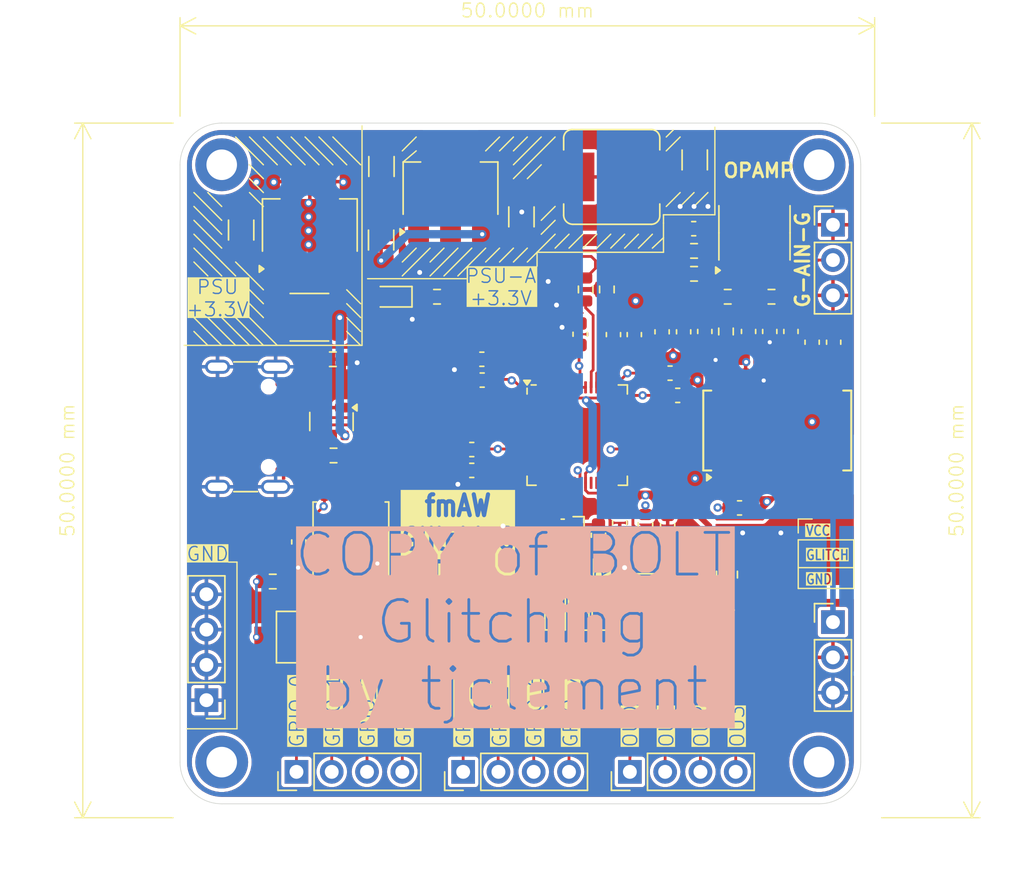
<source format=kicad_pcb>
(kicad_pcb (version 20240108) (generator "pcbnew") (generator_version "8.0")
  (layers (0 "F.Cu" signal) (1 "In1.Cu" signal) (2 "In2.Cu" signal) (31 "B.Cu" signal) (34 "B.Paste" user) (35 "F.Paste" user) (36 "B.SilkS" user "B.Silkscreen") (37 "F.SilkS" user "F.Silkscreen") (38 "B.Mask" user) (39 "F.Mask" user) (44 "Edge.Cuts" user))
  (net 0 "")
  (net 1 "GND")
  (net 2 "VBUS")
  (net 3 "+3.3V")
  (net 4 "Net-(U2-VO)")
  (net 5 "+3.3VA")
  (net 6 "Net-(U3A--)")
  (net 7 "V_REF")
  (net 8 "/TS")
  (net 9 "/TF")
  (net 10 "/x-")
  (net 11 "/x+")
  (net 12 "+1V1")
  (net 13 "/IO12")
  (net 14 "Net-(D1-K)")
  (net 15 "Net-(D2-K)")
  (net 16 "/IO15")
  (net 17 "Net-(D3-K)")
  (net 18 "/IO13")
  (net 19 "Net-(F1-Pad1)")
  (net 21 "/cc2")
  (net 22 "/cc1")
  (net 24 "Net-(J2-Pin_2)")
  (net 25 "Net-(J3-Pin_2)")
  (net 26 "Net-(J4-Pin_2)")
  (net 27 "Net-(J4-Pin_3)")
  (net 28 "Net-(J4-Pin_1)")
  (net 29 "Net-(J4-Pin_4)")
  (net 30 "Net-(J5-Pin_2)")
  (net 31 "Net-(J5-Pin_4)")
  (net 32 "Net-(J5-Pin_1)")
  (net 33 "Net-(J5-Pin_3)")
  (net 34 "Net-(J6-Pin_1)")
  (net 35 "Net-(J6-Pin_3)")
  (net 36 "Net-(J6-Pin_2)")
  (net 37 "Net-(J6-Pin_4)")
  (net 38 "Net-(R3-Pad1)")
  (net 39 "Net-(U3A-+)")
  (net 40 "/AIN")
  (net 41 "/D+")
  (net 42 "/D-")
  (net 43 "/IO17")
  (net 44 "/IO0")
  (net 45 "/IO1")
  (net 46 "/IO2")
  (net 47 "/IO3")
  (net 48 "/IO4")
  (net 49 "/IO5")
  (net 50 "/IO6")
  (net 51 "/IO7")
  (net 52 "/IO8")
  (net 53 "/IO9")
  (net 54 "/IO10")
  (net 55 "/IO11")
  (net 57 "/CLK")
  (net 59 "/OTR")
  (net 60 "/D5")
  (net 61 "/SD1")
  (net 63 "/D9")
  (net 65 "/D3")
  (net 66 "/D1")
  (net 67 "/D0")
  (net 68 "/SD3")
  (net 69 "/CS")
  (net 70 "/D8")
  (net 71 "/D4")
  (net 72 "/SD2")
  (net 73 "/D6")
  (net 75 "/SD0")
  (net 76 "/D7")
  (net 77 "/D2")
  (net 79 "/DN")
  (net 80 "/DP")
  (net 81 "Net-(D5-K)")
  (net 82 "Net-(Q1-G)")
  (net 83 "/SCK")
  (net 84 "Net-(BOOT1-Pad1)")
  (net 85 "Net-(U4-RUN)")
  (footprint "Resistor_SMD:R_0603_1608Metric" (layer "F.Cu") (at 67 34.85)
    (property "Reference" "R5" (hide yes))
    (property "Value" "5.1k" (hide yes))
  )
  (footprint "Capacitor_SMD:C_1206_3216Metric" (layer "F.Cu") (at 67.05 26.65 90)
    (property "Reference" "C5" (hide yes))
    (property "Value" "47uF" (hide yes))
  )
  (footprint "Capacitor_SMD:C_0603_1608Metric" (layer "F.Cu") (at 65.1 52.975 90)
    (property "Reference" "C29" (hide yes))
    (property "Value" "100nF")
  )
  (footprint "Resistor_SMD:R_0603_1608Metric" (layer "F.Cu") (at 63.5 53 90)
    (property "Reference" "R16" (hide yes))
    (property "Value" "1k")
  )
  (footprint "Capacitor_SMD:C_0603_1608Metric" (layer "F.Cu") (at 72.45 39 90)
    (property "Reference" "C14" (hide yes))
    (property "Value" "100nF" (hide yes))
  )
  (footprint "Capacitor_SMD:C_0603_1608Metric" (layer "F.Cu") (at 65.825 43.6)
    (property "Reference" "C21" (hide yes))
    (property "Value" "100nF" (hide yes))
  )
  (footprint "Connector_PinHeader_2.54mm:PinHeader_1x03_P2.54mm_Vertical" (layer "F.Cu") (at 77 59.92)
    (property "Reference" "J3" (hide yes))
    (property "Value" "GLITCH" (hide yes))
  )
  (footprint "Resistor_SMD:R_0603_1608Metric" (layer "F.Cu") (at 69.425 36.5)
    (property "Reference" "R3" (hide yes))
    (property "Value" "27k" (hide yes))
  )
  (footprint "Package_TO_SOT_SMD:SOT-143" (layer "F.Cu") (at 40.9 45.48 -90)
    (property "Reference" "D4" (hide yes))
    (property "Value" "PRTR5V0U2X" (hide yes))
  )
  (footprint "Capacitor_SMD:C_0603_1608Metric" (layer "F.Cu") (at 70.275 51.7)
    (property "Reference" "C15" (hide yes))
    (property "Value" "100nF" (hide yes))
  )
  (footprint "Capacitor_SMD:C_0603_1608Metric" (layer "F.Cu") (at 60.12071 53.670711 -90)
    (property "Reference" "C17" (hide yes))
    (property "Value" "8pF" (hide yes))
  )
  (footprint "Connector_PinHeader_2.54mm:PinHeader_1x04_P2.54mm_Vertical" (layer "F.Cu") (at 50.38 70.7 90)
    (property "Reference" "J5" (hide yes))
    (property "Value" "ANA2" (hide yes))
  )
  (footprint "Resistor_SMD:R_0603_1608Metric" (layer "F.Cu") (at 58.7 62.225 90)
    (property "Reference" "R14" (hide yes))
    (property "Value" "470" (hide yes))
  )
  (footprint "Resistor_SMD:R_0603_1608Metric" (layer "F.Cu") (at 60.4 62.225 90)
    (property "Reference" "R13" (hide yes))
    (property "Value" "470" (hide yes))
  )
  (footprint "Resistor_SMD:R_0603_1608Metric" (layer "F.Cu") (at 72.575 36.5)
    (property "Reference" "R4" (hide yes))
    (property "Value" "2.7k" (hide yes))
  )
  (footprint "Capacitor_SMD:C_1206_3216Metric" (layer "F.Cu") (at 44.5 27.125001 -90)
    (property "Reference" "C4" (hide yes))
    (property "Value" "47uF" (hide yes))
  )
  (footprint "Capacitor_SMD:C_0603_1608Metric" (layer "F.Cu") (at 61.65 52.775 -90)
    (property "Reference" "C26" (hide yes))
    (property "Value" "1uF" (hide yes))
  )
  (footprint "Capacitor_SMD:C_0603_1608Metric" (layer "F.Cu") (at 51 49 180)
    (property "Reference" "C20" (hide yes))
    (property "Value" "100nF" (hide yes))
  )
  (footprint "Capacitor_SMD:C_0603_1608Metric" (layer "F.Cu") (at 61.2 39.225 90)
    (property "Reference" "C27" (hide yes))
    (property "Value" "100nF" (hide yes))
  )
  (footprint "Capacitor_SMD:C_0603_1608Metric" (layer "F.Cu") (at 51 47.5 180)
    (property "Reference" "C25" (hide yes))
    (property "Value" "1uF" (hide yes))
  )
  (footprint "Capacitor_SMD:C_0603_1608Metric" (layer "F.Cu") (at 77.05 39.775 90)
    (property "Reference" "C12" (hide yes))
    (property "Value" "100nF" (hide yes))
  )
  (footprint "Connector_PinHeader_2.54mm:PinHeader_1x03_P2.54mm_Vertical" (layer "F.Cu") (at 77 31.320001)
    (property "Reference" "J2" (hide yes))
    (property "Value" "AIN" (hide yes))
  )
  (footprint "Connector_PinHeader_2.54mm:PinHeader_1x04_P2.54mm_Vertical" (layer "F.Cu") (at 62.38 70.7 90)
    (property "Reference" "J6" (hide yes))
    (property "Value" "ANA3" (hide yes))
  )
  (footprint "Capacitor_SMD:C_1206_3216Metric" (layer "F.Cu") (at 54.575 30.750001 90)
    (property "Reference" "C3" (hide yes))
    (property "Value" "47uF" (hide yes))
  )
  (footprint "Capacitor_SMD:C_1206_3216Metric" (layer "F.Cu") (at 34.4 31.7 -90)
    (property "Reference" "C2" (hide yes))
    (property "Value" "47uF" (hide yes))
  )
  (footprint "Inductor_SMD:L_Bourns_SRP7028A_7.3x6.6mm" (layer "F.Cu") (at 61.075 27.875)
    (property "Reference" "L1" (hide yes))
    (property "Value" "10uH" (hide yes))
  )
  (footprint "Capacitor_SMD:C_0603_1608Metric" (layer "F.Cu") (at 38.55 54.15 -90)
    (property "Reference" "C16" (hide yes))
    (property "Value" "100nF" (hide yes))
  )
  (footprint "Resistor_SMD:R_Array_Concave_4x0402" (layer "F.Cu") (at 51.6 59.8 -90)
    (property "Reference" "RN2" (hide yes))
    (property "Value" "C728722" (hide yes))
  )
  (footprint "Capacitor_SMD:C_1206_3216Metric" (layer "F.Cu") (at 44.475 32.420001 90)
    (property "Reference" "C1" (hide yes))
    (property "Value" "47uF" (hide yes))
  )
  (footprint "Package_TO_SOT_SMD:SOT-223-3_TabPin2" (layer "F.Cu") (at 49.47 28.710001 90)
    (property "Reference" "U2" (hide yes))
    (property "Value" "TLV76133" (hide yes))
  )
  (footprint "Package_SO:SOIC-8_5.23x5.23mm_P1.27mm" (layer "F.Cu") (at 42.3 54 90)
    (property "Reference" "U5" (hide yes))
    (property "Value" "W25Q128JVS" (hide yes))
  )
  (footprint "Button_Switch_SMD:SW_SPST_CK_RS282G05A3" (layer "F.Cu") (at 40 61)
    (property "Reference" "BOOT1" (hide yes))
    (property "Value" "SW_DIP_x01")
  )
  (footprint "Package_SO:SO-8_3.9x4.9mm_P1.27mm" (layer "F.Cu") (at 71.350001 31.9 90)
    (property "Reference" "U3" (hide yes))
    (property "Value" "LM358" (hide yes))
  )
  (footprint "Resistor_SMD:R_0603_1608Metric" (layer "F.Cu") (at 59.2 35.975 90)
    (property "Reference" "R8" (hide yes))
    (property "Value" "22" (hide yes))
  )
  (footprint "Capacitor_SMD:C_0603_1608Metric" (layer "F.Cu") (at 51.75 42.5 180)
    (property "Reference" "C24" (hide yes))
    (property "Value" "100nF" (hide yes))
  )
  (footprint "Resistor_SMD:R_0603_1608Metric" (layer "F.Cu") (at 68.1 56.5 90)
    (property "Reference" "R10" (hide yes))
    (property "Value" "10" (hide yes))
  )
  (footprint "Resistor_SMD:R_0603_1608Metric" (layer "F.Cu") (at 67 33.2 180)
    (property "Reference" "R6" (hide yes))
    (property "Value" "5.1k" (hide yes))
  )
  (footprint "Capacitor_SMD:C_0603_1608Metric" (layer "F.Cu") (at 54.970711 53.69571 -90)
    (property "Reference" "C18" (hide yes))
    (property "Value" "8pF" (hide yes))
  )
  (footprint "LED_SMD:LED_0603_1608Metric" (layer "F.Cu") (at 45.212499 36.5 180)
    (property "Reference" "D5" (hide yes))
    (property "Value" "GRE" (hide yes))
  )
  (footprint "Capacitor_SMD:C_0603_1608Metric" (layer "F.Cu") (at 58.8 39.2 90)
    (property "Reference" "C22" (hide yes))
    (property "Value" "100nF" (hide yes))
  )
  (footprint "Resistor_SMD:R_0603_1608Metric" (layer "F.Cu") (at 48.5 36.5 180)
    (property "Reference" "R27" (hide yes))
    (property "Value" "470" (hide yes))
  )
  (footprint "LED_SMD:LED_0603_1608Metric" (layer "F.Cu") (at 60.4 59.012499 90)
    (property "Reference" "D2" (hide yes))
    (property "Value" "ORA" (hide yes))
  )
  (footprint "Capacitor_SMD:C_0603_1608Metric" (layer "F.Cu") (at 66.25 39.025 90)
    (property "Reference" "C8" (hide yes))
    (property "Value" "1uF" (hide yes))
  )
  (footprint "Resistor_SMD:R_0603_1608Metric" (layer "F.Cu") (at 60.725 35.975 90)
    (property "Reference" "R9" (hide yes))
    (property "Value" "22" (hide yes))
  )
  (footprint "Capacitor_SMD:C_0603_1608Metric" (layer "F.Cu") (at 67.775 39 90)
    (property "Reference" "C6" (hide yes))
    (property "Value" "100nF" (hide yes))
  )
  (footprint "Resistor_SMD:R_0603_1608Metric" (layer "F.Cu") (at 41 41 180)
    (property "Reference" "R1" (hide yes))
    (property "Value" "5.1k" (hide yes))
  )
  (footprint "Capacitor_SMD:C_0603_1608Metric" (layer "F.Cu") (at 64.7 39.025 90)
    (property "Reference" "C9" (hide yes))
    (property "Value" "100nF" (hide yes))
  )
  (footprint "Crystal:Crystal_SMD_Abracon_ABM10-4Pin_2.5x2.0mm" (layer "F.Cu") (at 57.545711 53.62071 -90)
    (property "Reference" "Y1" (hide yes))
    (property "Value" "12MHz" (hide yes))
  )
  (footprint "Capacitor_SMD:C_0603_1608Metric" (layer "F.Cu") (at 51.725 41 180)
    (property "Reference" "C19" (hide yes))
    (property "Value" "100nF" (hide yes))
  )
  (footprint "MountingHole:MountingHole_2.2mm_M2_DIN965_Pad" (layer "F.Cu") (at 33 27)
    (property "Reference" "H1" (hide yes))
    (property "Value" "MH" (hide yes))
  )
  (footprint "Package_SO:SSOP-28_5.3x10.2mm_P0.65mm" (layer "F.Cu") (at 72.99 46.13 90)
    (property "Reference" "U6" (hide yes))
    (property "Value" "MS9280" (hide yes))
  )
  (footprint "Button_Switch_SMD:SW_SPST_CK_RS282G05A3" (layer "F.Cu") (at 63.5 59.5 90)
    (property "Reference" "RST1" (hide yes))
    (property "Value" "SW_DIP_x01")
  )
  (footprint "Capacitor_SMD:C_0603_1608Metric" (layer "F.Cu") (at 66.975 31.6 180)
    (property "Reference" "C7" (hide yes))
    (property "Value" "1uF" (hide yes))
  )
  (footprint "Package_DFN_QFN:QFN-56-1EP_7x7mm_P0.4mm_EP3.2x3.2mm" (layer "F.Cu") (at 58.59 46.46)
    (property "Reference" "U4" (hide yes))
    (property "Value" "RP2040" (hide yes))
  )
  (footprint "MountingHole:MountingHole_2.2mm_M2_DIN965_Pad" (layer "F.Cu") (at 33 70)
    (property "Reference" "H2" (hide yes))
    (property "Value" "MH" (hide yes))
  )
  (footprint "Capacitor_SMD:C_0603_1608Metric" (layer "F.Cu") (at 62.7 39.225 90)
    (property "Reference" "C28" (hide yes))
    (property "Value" "100nF" (hide yes))
  )
  (footprint "Resistor_SMD:R_0603_1608Metric" (layer "F.Cu") (at 41.05 47.925 180)
    (property "Reference" "R2" (hide yes))
    (property "Value" "5.1k" (hide yes))
  )
  (footprint "Connector_PinHeader_2.54mm:PinHeader_1x04_P2.54mm_Vertical" (layer "F.Cu") (at 38.38 70.7 90)
    (property "Reference" "J4" (hide yes))
    (property "Value" "ANA1" (hide yes))
  )
  (footprint "Resistor_SMD:R_0603_1608Metric" (layer "F.Cu") (at 36.675 57 180)
    (property "Reference" "R15" (hide yes))
    (property "Value" "1k")
  )
  (footprint "Resistor_SMD:R_Array_Concave_4x0402" (layer "F.Cu") (at 54.45 59.800001 -90)
    (property "Reference" "RN3" (hide yes))
    (property "Value" "C728722" (hide yes))
  )
  (footprint "Capacitor_SMD:C_0603_1608Metric" (layer "F.Cu") (at 75.5 39.775 90)
    (property "Reference" "C11" (hide yes))
    (property "Value" "100nF" (hide yes))
  )
  (footprint "Connector_USB:USB_C_Receptacle_GCT_USB4105-xx-A_16P_TopMnt_Horizontal" (layer "F.Cu") (at 33.775 45.86 -90)
    (property "Reference" "J1" (hide yes))
    (property "Value" "USB_C_Receptacle_USB2.0_16P" (hide yes))
  )
  (footprint "Resistor_SMD:R_0603_1608Metric" (layer "F.Cu") (at 57 62.175 90)
    (property "Reference" "R12" (hide yes))
    (property "Value" "470" (hide yes))
  )
  (footprint "Capacitor_SMD:C_0603_1608Metric" (layer "F.Cu") (at 65.275 42)
    (property "Reference" "C23" (hide yes))
    (property "Value" "100nF" (hide yes))
  )
  (footprint "LED_SMD:LED_0603_1608Metric" (layer "F.Cu") (at 58.7 59.012499 90)
    (property "Reference" "D3" (hide yes))
    (property "Value" "PIN" (hide yes))
  )
  (footprint "Fuse:Fuse_1812_4532Metric" (layer "F.Cu") (at 39.3125 37.975)
    (property "Reference" "F1" (hide yes))
    (property "Value" "Fuse" (hide yes))
  )
  (footprint "Capacitor_SMD:C_0603_1608Metric" (layer "F.Cu") (at 70.925 39 90)
    (property "Reference" "C13" (hide yes))
    (property "Value" "100nF" (hide yes))
  )
  (footprint "Resistor_SMD:R_Array_Concave_4x0402" (layer "F.Cu") (at 48.75 59.800001 -90)
    (property "Reference" "RN1" (hide yes))
    (property "Value" "C728722" (hide yes))
  )
  (footprint "Capacitor_SMD:C_0603_1608Metric" (layer "F.Cu") (at 73.975 39 90)
    (property "Reference" "C10" (hide yes))
    (property "Value" "10uF" (hide yes))
  )
  (footprint "MountingHole:MountingHole_2.2mm_M2_DIN965_Pad" (layer "F.Cu") (at 76 27)
    (property "Reference" "H4" (hide yes))
    (property "Value" "MH" (hide yes))
  )
  (footprint "Package_TO_SOT_SMD:SOT-223-3_TabPin2" (layer "F.Cu") (at 39.3425 31.365001 90)
    (property "Reference" "U1" (hide yes))
    (property "Value" "TLV76133" (hide yes))
  )
  (footprint "Connector_PinHeader_2.54mm:PinHeader_1x04_P2.54mm_Vertical" (layer "F.Cu") (at 31.9 65.54 180)
    (property "Reference" "J7" (hide yes))
    (property "Value" "GND" (hide yes))
  )
  (footprint "Resistor_SMD:R_0603_1608Metric" (layer "F.Cu") (at 69.3 39 90)
    (property "Reference" "R7" (hide yes))
    (property "Value" "10" (hide yes))
  )
  (footprint "Package_TO_SOT_SMD:SOT-23" (layer "F.Cu") (at 69.0625 61)
    (property "Reference" "Q1")
    (property "Value" "AO3400A")
  )
  (footprint "Resistor_SMD:R_0603_1608Metric" (layer "F.Cu") (at 69.6 56.5 90)
    (property "Reference" "R11" (hide yes))
    (property "Value" "1k" (hide yes))
  )
  (footprint "MountingHole:MountingHole_2.2mm_M2_DIN965_Pad" (layer "F.Cu") (at 76 70)
    (property "Reference" "H3" (hide yes))
    (property "Value" "MH" (hide yes))
  )
  (footprint "LED_SMD:LED_0603_1608Metric" (layer "F.Cu") (at 57 59 90)
    (property "Reference" "D1" (hide yes))
    (property "Value" "YEL" (hide yes))
  )
  (gr_line (start 55 28) (end 56 27) (stroke (width 0.1)) (layer "F.SilkS"))
  (gr_line (start 54 34) (end 55 33) (stroke (width 0.1)) (layer "F.SilkS"))
  (gr_line (start 36 30) (end 35 29) (stroke (width 0.1)) (layer "F.SilkS"))
  (gr_line (start 61 33) (end 62 32) (stroke (width 0.1)) (layer "F.SilkS"))
  (gr_line (start 74.5 52.5) (end 75.5 52.5) (stroke (width 0.1)) (layer "F.SilkS"))
  (gr_line (start 31 30) (end 33 32) (stroke (width 0.1)) (layer "F.SilkS"))
  (gr_line (start 55.7 33.3) (end 64.8 33.3) (stroke (width 0.1)) (layer "F.SilkS"))
  (gr_line (start 68.3 30.6) (end 68.5 30.6) (stroke (width 0.1)) (layer "F.SilkS"))
  (gr_line (start 35 38) (end 37 40) (stroke (width 0.1)) (layer "F.SilkS"))
  (gr_line (start 54 27) (end 56 25) (stroke (width 0.1)) (layer "F.SilkS"))
  (gr_line (start 65 26) (end 66 25) (stroke (width 0.1)) (layer "F.SilkS"))
  (gr_line (start 33 38) (end 35 40) (stroke (width 0.1)) (layer "F.SilkS"))
  (gr_line (start 49 35) (end 51 33) (stroke (width 0.1)) (layer "F.SilkS"))
  (gr_line (start 74.5 54) (end 78.5 54) (stroke (width 0.1)) (layer "F.SilkS"))
  (gr_line (start 31 38) (end 33 40) (stroke (width 0.1)) (layer "F.SilkS"))
  (gr_line (start 65 30) (end 66 29) (stroke (width 0.1)) (layer "F.SilkS"))
  (gr_line (start 43.1 40) (end 30.3 40) (stroke (width 0.1)) (layer "F.SilkS"))
  (gr_line (start 53 34) (end 54 33) (stroke (width 0.1)) (layer "F.SilkS"))
  (gr_line (start 39 25) (end 41 27) (stroke (width 0.1)) (layer "F.SilkS"))
  (gr_line (start 55 34) (end 57 32) (stroke (width 0.1)) (layer "F.SilkS"))
  (gr_line (start 50.6 35.2) (end 43.5 35.2) (stroke (width 0.1)) (layer "F.SilkS"))
  (gr_line (start 65 25) (end 65.5 24.5) (stroke (width 0.1)) (layer "F.SilkS"))
  (gr_line (start 41 25) (end 43 27) (stroke (width 0.1)) (layer "F.SilkS"))
  (gr_line (start 54 28) (end 57 25) (stroke (width 0.1)) (layer "F.SilkS"))
  (gr_line (start 31 32) (end 33 34) (stroke (width 0.1)) (layer "F.SilkS"))
  (gr_line (start 43.1 24.2) (end 43.1 39.7) (stroke (width 0.1)) (layer "F.SilkS"))
  (gr_line (start 78.5 56) (end 74.5 56) (stroke (width 0.1)) (layer "F.SilkS"))
  (gr_line (start 34 38) (end 36 40) (stroke (width 0.1)) (layer "F.SilkS"))
  (gr_line (start 42 39) (end 43 40) (stroke (width 0.1)) (layer "F.SilkS"))
  (gr_line (start 57 33) (end 58 32) (stroke (width 0.1)) (layer "F.SilkS"))
  (gr_line (start 54 25) (end 53 26) (stroke (width 0.1)) (layer "F.SilkS"))
  (gr_line (start 42 36) (end 43 37) (stroke (width 0.1)) (layer "F.SilkS"))
  (gr_line (start 59 33) (end 60 32) (stroke (width 0.1)) (layer "F.SilkS"))
  (gr_line (start 43.1 39.7) (end 43.1 40) (stroke (width 0.1)) (layer "F.SilkS"))
  (gr_line (start 36 25) (end 38 27) (stroke (width 0.1)) (layer "F.SilkS"))
  (gr_line (start 31 31) (end 33 33) (stroke (width 0.1)) (layer "F.SilkS"))
  (gr_line (start 58 33) (end 59 32) (stroke (width 0.1)) (layer "F.SilkS"))
  (gr_line (start 31 34) (end 32 35) (stroke (width 0.1)) (layer "F.SilkS"))
  (gr_line (start 31 29) (end 33 31) (stroke (width 0.1)) (layer "F.SilkS"))
  (gr_line (start 31 33) (end 33 35) (stroke (width 0.1)) (layer "F.SilkS"))
  (gr_line (start 50 35) (end 52 33) (stroke (width 0.1)) (layer "F.SilkS"))
  (gr_line (start 36 29) (end 35 28) (stroke (width 0.1)) (layer "F.SilkS"))
  (gr_line (start 35 37) (end 36 38) (stroke (width 0.1)) (layer "F.SilkS"))
  (gr_line (start 63 33) (end 64 32) (stroke (width 0.1)) (layer "F.SilkS"))
  (gr_line (start 66 30) (end 67 29) (stroke (width 0.1)) (layer "F.SilkS"))
  (gr_line (start 53 25) (end 52 26) (stroke (width 0.1)) (layer "F.SilkS"))
  (gr_line (start 64.8 33.3) (end 64.8 31.2) (stroke (width 0.1)) (layer "F.SilkS"))
  (gr_line (start 68.5 30.6) (end 68.5 24.3) (stroke (width 0.1)) (layer "F.SilkS"))
  (gr_line (start 64 33) (end 64.8 32.25) (stroke (width 0.1)) (layer "F.SilkS"))
  (gr_line (start 78.5 54) (end 78.5 57.5) (stroke (width 0.1)) (layer "F.SilkS"))
  (gr_line (start 46 35) (end 48 33) (stroke (width 0.1)) (layer "F.SilkS"))
  (gr_line (start 52 34) (end 53 33) (stroke (width 0.1)) (layer "F.SilkS"))
  (gr_line (start 56 31) (end 57 30) (stroke (width 0.1)) (layer "F.SilkS"))
  (gr_line (start 78.5 57.5) (end 74.5 57.5) (stroke (width 0.1)) (layer "F.SilkS"))
  (gr_line (start 38 25) (end 40 27) (stroke (width 0.1)) (layer "F.SilkS"))
  (gr_line (start 74.5 57.5) (end 74.5 54) (stroke (width 0.1)) (layer "F.SilkS"))
  (gr_line (start 35 36) (end 36 37) (stroke (width 0.1)) (layer "F.SilkS"))
  (gr_line (start 55.7 34.3) (end 55.7 33.3) (stroke (width 0.1)) (layer "F.SilkS"))
  (gr_line (start 48 35) (end 50 33) (stroke (width 0.1)) (layer "F.SilkS"))
  (gr_line (start 34.1 67.6) (end 30.5 67.6) (stroke (width 0.1)) (layer "F.SilkS"))
  (gr_line (start 74.5 52.5) (end 74.5 53.5) (stroke (width 0.1)) (layer "F.SilkS"))
  (gr_line (start 46 34) (end 47 33) (stroke (width 0.1)) (layer "F.SilkS"))
  (gr_line (start 40 25) (end 42 27) (stroke (width 0.1)) (layer "F.SilkS"))
  (gr_line (start 42 38) (end 43 39) (stroke (width 0.1)) (layer "F.SilkS"))
  (gr_line (start 42 37) (end 43 38) (stroke (width 0.1)) (layer "F.SilkS"))
  (gr_line (start 33 30) (end 32 29) (stroke (width 0.1)) (layer "F.SilkS"))
  (gr_line (start 34.1 55.6) (end 34.1 67.6) (stroke (width 0.1)) (layer "F.SilkS"))
  (gr_line (start 54 26) (end 55 25) (stroke (width 0.1)) (layer "F.SilkS"))
  (gr_line (start 60 33) (end 61 32) (stroke (width 0.1)) (layer "F.SilkS"))
  (gr_line (start 35 27) (end 36 28) (stroke (width 0.1)) (layer "F.SilkS"))
  (gr_line (start 56 32) (end 57 31) (stroke (width 0.1)) (layer "F.SilkS"))
  (gr_line (start 33 34) (end 34 35) (stroke (width 0.1)) (layer "F.SilkS"))
  (gr_line (start 32 38) (end 34 40) (stroke (width 0.1)) (layer "F.SilkS"))
  (gr_line (start 47 25) (end 46 26) (stroke (width 0.1)) (layer "F.SilkS"))
  (gr_line (start 64.8 31.2) (end 64.8 30.6) (stroke (width 0.1)) (layer "F.SilkS"))
  (gr_line (start 35 25) (end 37 27) (stroke (width 0.1)) (layer "F.SilkS"))
  (gr_line (start 37 25) (end 39 27) (stroke (width 0.1)) (layer "F.SilkS"))
  (gr_line (start 31 39) (end 32 40) (stroke (width 0.1)) (layer "F.SilkS"))
  (gr_line (start 48 34) (end 49 33) (stroke (width 0.1)) (layer "F.SilkS"))
  (gr_line (start 34 34) (end 36 36) (stroke (width 0.1)) (layer "F.SilkS"))
  (gr_line (start 36 27) (end 34 25) (stroke (width 0.1)) (layer "F.SilkS"))
  (gr_line (start 47 26) (end 46.06 26.800001) (stroke (width 0.1)) (layer "F.SilkS"))
  (gr_line (start 62 33) (end 63 32) (stroke (width 0.1)) (layer "F.SilkS"))
  (gr_line (start 64.8 30.6) (end 68.3 30.6) (stroke (width 0.1)) (layer "F.SilkS"))
  (gr_line (start 67 30) (end 68 29) (stroke (width 0.1)) (layer "F.SilkS"))
  (gr_line (start 33.5 55.6) (end 34.1 55.6) (stroke (width 0.1)) (layer "F.SilkS"))
  (gr_arc (start 79 70) (mid 78.12132 72.12132) (end 76 73) (stroke (width 0.05)) (layer "Edge.Cuts"))
  (gr_arc (start 76 24) (mid 78.12132 24.87868) (end 79 27) (stroke (width 0.05)) (layer "Edge.Cuts"))
  (gr_line (start 30 70) (end 30 27) (stroke (width 0.05)) (layer "Edge.Cuts"))
  (gr_arc (start 30 27) (mid 30.87868 24.87868) (end 33 24) (stroke (width 0.05)) (layer "Edge.Cuts"))
  (gr_arc (start 33 73) (mid 30.87868 72.12132) (end 30 70) (stroke (width 0.05)) (layer "Edge.Cuts"))
  (gr_line (start 76 73) (end 33 73) (stroke (width 0.05)) (layer "Edge.Cuts"))
  (gr_line (start 33 24) (end 76 24) (stroke (width 0.05)) (layer "Edge.Cuts"))
  (gr_line (start 79 27) (end 79 70) (stroke (width 0.05)) (layer "Edge.Cuts"))
  (gr_text "COPY of BOLT\nGlitching\nby tjclement" (at 54 66.5 0) (layer "B.SilkS" knockout) (effects (font (size 3 3) (thickness 0.2) (bold yes)) (justify bottom)))
  (gr_text "G-AIN-G" (at 75.4 37.4 90) (layer "F.SilkS") (effects (font (size 1 1) (thickness 0.2) (bold yes)) (justify left bottom)))
  (gr_text "OU0" (at 63 69 90) (layer "F.SilkS" knockout) (effects (font (size 1 1) (thickness 0.1)) (justify left bottom)))
  (gr_text "GLITCH" (at 75 55.5 0) (layer "F.SilkS" knockout) (effects (font (size 0.7 0.6) (thickness 0.12) (bold yes)) (justify left bottom)))
  (gr_text "OU2" (at 68.1 69 90) (layer "F.SilkS" knockout) (effects (font (size 1 1) (thickness 0.1)) (justify left bottom)))
  (gr_text "GPIO_4" (at 51 69 90) (layer "F.SilkS" knockout) (effects (font (size 1 1) (thickness 0.1)) (justify left bottom)))
  (gr_text "TRIG" (at 59.3 57.5 90) (layer "F.SilkS" knockout) (effects (font (size 1 0.7) (thickness 0.1)) (justify left bottom)))
  (gr_text "GPIO_1\n" (at 41.6 69 90) (layer "F.SilkS" knockout) (effects (font (size 1 1) (thickness 0.1)) (justify left bottom)))
  (gr_text "OU1" (at 65.6 69 90) (layer "F.SilkS" knockout) (effects (font (size 1 1) (thickness 0.1)) (justify left bottom)))
  (gr_text "GPIO_6" (at 56.1 69 90) (layer "F.SilkS" knockout) (effects (font (size 1 1) (thickness 0.1)) (justify left bottom)))
  (gr_text "fmAW\nGlitchinG\nTooL" (at 50 57.25 0) (layer "F.SilkS" knockout) (effects (font (size 1.5 1.2) (thickness 0.3) (bold yes)) (justify bottom)))
  (gr_text "OPAMP\n" (at 69 28 0) (layer "F.SilkS") (effects (font (size 1 1) (thickness 0.2) (bold yes)) (justify left bottom)))
  (gr_text "GND" (at 30.4 55.6 0) (layer "F.SilkS" knockout) (effects (font (size 1 1) (thickness 0.1)) (justify left bottom)))
  (gr_text "GND" (at 75 57.25 0) (layer "F.SilkS" knockout) (effects (font (size 0.7 0.6) (thickness 0.12) (bold yes)) (justify left bottom)))
  (gr_text "GPIO_2\n" (at 44.1 69 90) (layer "F.SilkS" knockout) (effects (font (size 1 1) (thickness 0.1)) (justify left bottom)))
  (gr_text "GPIO_5" (at 53.6 69 90) (layer "F.SilkS" knockout) (effects (font (size 1 1) (thickness 0.1)) (justify left bottom)))
  (gr_text "USB" (at 57.6 57.5 90) (layer "F.SilkS" knockout) (effects (font (size 1 0.7) (thickness 0.1)) (justify left bottom)))
  (gr_text "ARM" (at 61 57.5 90) (layer "F.SilkS" knockout) (effects (font (size 1 0.7) (thickness 0.1)) (justify left bottom)))
  (gr_text "OU3" (at 70.7 69 90) (layer "F.SilkS" knockout) (effects (font (size 1 1) (thickness 0.1)) (justify left bottom)))
  (gr_text "GPIO_7" (at 58.7 69 90) (layer "F.SilkS" knockout) (effects (font (size 1 1) (thickness 0.1)) (justify left bottom)))
  (gr_text "GPIO_0" (at 39 69 90) (layer "F.SilkS" knockout) (effects (font (size 1 1) (thickness 0.1)) (justify left bottom)))
  (gr_text "PSU\n+3.3V" (at 32.7 38 0) (layer "F.SilkS" knockout) (effects (font (size 1 1) (thickness 0.1)) (justify bottom)))
  (gr_text "PSU-A\n+3.3V" (at 53.1 37.2 0) (layer "F.SilkS" knockout) (effects (font (size 1 1) (thickness 0.1)) (justify bottom)))
  (gr_text "VCC" (at 75 53.75 0) (layer "F.SilkS" knockout) (effects (font (size 0.7 0.6) (thickness 0.12) (bold yes)) (justify left bottom)))
  (gr_text "GPIO_3" (at 46.7 69 90) (layer "F.SilkS" knockout) (effects (font (size 1 1) (thickness 0.1)) (justify left bottom)))
  (dimension (type aligned) (layer "F.SilkS") (pts (xy 30 24) (xy 30 74)) (height 7) (gr_text "50,0000 mm" (at 21.9 49 90) (layer "F.SilkS") (effects (font (size 1 1) (thickness 0.1)))) (format (prefix "") (suffix "") (units 3) (units_format 1) (precision 4)) (style (thickness 0.1) (arrow_length 1.27) (text_position_mode 0) (extension_height 0.58642) (extension_offset 0.5) keep_text_aligned))
  (dimension (type aligned) (layer "F.SilkS") (pts (xy 30 24) (xy 80 24)) (height -7) (gr_text "50,0000 mm" (at 55 15.9 0) (layer "F.SilkS") (effects (font (size 1 1) (thickness 0.1)))) (format (prefix "") (suffix "") (units 3) (units_format 1) (precision 4)) (style (thickness 0.1) (arrow_length 1.27) (text_position_mode 0) (extension_height 0.58642) (extension_offset 0.5) keep_text_aligned))
  (dimension (type aligned) (layer "F.SilkS") (pts (xy 80 74.000001) (xy 80.000001 24)) (height 7) (gr_text "50,0000 mm" (at 85.900001 49 89.99999771) (layer "F.SilkS") (effects (font (size 1 1) (thickness 0.1)))) (format (prefix "") (suffix "") (units 3) (units_format 1) (precision 4)) (style (thickness 0.1) (arrow_length 1.27) (text_position_mode 0) (extension_height 0.58642) (extension_offset 0.5) keep_text_aligned))
  (segment (start 44 61) (end 43 61) (width 0.2) (layer "F.Cu") (net 1))
  (segment (start 38.55 55.95) (end 38.55 54.925) (width 0.2) (layer "F.Cu") (net 1))
  (segment (start 68.765 49.73) (end 67.22 49.73) (width 0.2) (layer "F.Cu") (net 1))
  (segment (start 44.205 55.705) (end 44.205 57.6) (width 0.2) (layer "F.Cu") (net 1))
  (segment (start 67.22 49.73) (end 67.07 49.58) (width 0.2) (layer "F.Cu") (net 1))
  (segment (start 70.715 41.235) (end 70.75 41.2) (width 0.2) (layer "F.Cu") (net 1))
  (segment (start 38.5 56) (end 38.55 55.95) (width 0.2) (layer "F.Cu") (net 1))
  (segment (start 70.715 42.530001) (end 70.715 41.235) (width 0.2) (layer "F.Cu") (net 1))
  (via (at 67.25 42.5) (size 0.6) (drill 0.35) (layers "F.Cu" "B.Cu") (net 1))
  (via (at 72.25 51.25) (size 0.6) (drill 0.35) (layers "F.Cu" "B.Cu") (net 1))
  (via (at 49.75 41.75) (size 0.6) (drill 0.35) (layers "F.Cu" "B.Cu") (net 1))
  (via (at 57.1 37.1) (size 0.6) (drill 0.35) (layers "F.Cu" "B.Cu") (net 1))
  (via (at 44.205 55.705) (size 0.5) (drill 0.3) (layers "F.Cu" "B.Cu") (net 1))
  (via (at 70.75 41.2) (size 0.6) (drill 0.3) (layers "F.Cu" "B.Cu") (net 1))
  (via (at 62.8 36.8) (size 0.6) (drill 0.35) (layers "F.Cu" "B.Cu") (net 1))
  (via (at 65.5 40.75) (size 0.6) (drill 0.35) (layers "F.Cu" "B.Cu") (net 1))
  (via (at 56.5 35.4) (size 0.6) (drill 0.35) (layers "F.Cu" "B.Cu") (net 1))
  (via (at 75.5 45.5) (size 0.6) (drill 0.35) (layers "F.Cu" "B.Cu") (net 1))
  (via (at 54.6 30.4) (size 0.6) (drill 0.35) (layers "F.Cu" "B.Cu") (net 1))
  (via (at 62 56) (size 0.6) (drill 0.35) (layers "F.Cu" "B.Cu") (net 1))
  (via (at 67.07 49.58) (size 0.6) (drill 0.3) (layers "F.Cu" "B.Cu") (net 1))
  (via (at 70.5 53.5) (size 0.6) (drill 0.35) (layers "F.Cu" "B.Cu") (net 1))
  (via (at 42.75 41.25) (size 0.6) (drill 0.35) (layers "F.Cu" "B.Cu") (net 1))
  (via (at 38.5 56) (size 0.5) (drill 0.3) (layers "F.Cu" "B.Cu") (net 1))
  (via (at 50 50) (size 0.6) (drill 0.35) (layers "F.Cu" "B.Cu") (net 1))
  (via (at 47.25 34.75) (size 0.6) (drill 0.35) (layers "F.Cu" "B.Cu") (net 1))
  (via (at 57.5 38.7) (size 0.6) (drill 0.35) (layers "F.Cu" "B.Cu") (net 1))
  (via (at 63.5 50.8) (size 0.6) (drill 0.35) (layers "F.Cu" "B.Cu") (net 1))
  (via (at 73.25 53.5) (size 0.6) (drill 0.35) (layers "F.Cu" "B.Cu") (net 1))
  (via (at 43 61) (size 0.5) (drill 0.3) (layers "F.Cu" "B.Cu") (net 1))
  (via (at 46.716003 38.122809) (size 0.6) (drill 0.35) (layers "F.Cu" "B.Cu") (net 1))
  (via (at 53.25 53) (size 0.6) (drill 0.35) (layers "F.Cu" "B.Cu") (net 1))
  (segment (start 51.77 31.860001) (end 51.77 31.98) (width 0.6) (layer "F.Cu") (net 2))
  (segment (start 41.475 37.975) (end 41.5 38) (width 0.6) (layer "F.Cu") (net 2))
  (segment (start 41.45 37.975) (end 41.475 37.975) (width 0.6) (layer "F.Cu") (net 2))
  (segment (start 51.77 31.98) (end 51.75 32) (width 0.6) (layer "F.Cu") (net 2))
  (via (at 44.475 33.895002) (size 0.6) (drill 0.3) (layers "F.Cu" "B.Cu") (net 2))
  (via (at 41.5 38) (size 0.6) (drill 0.35) (layers "F.Cu" "B.Cu") (net 2))
  (via (at 41.9 46.5) (size 0.6) (drill 0.35) (layers "F.Cu" "B.Cu") (net 2))
  (via (at 51.75 32) (size 0.6) (drill 0.3) (layers "F.Cu" "B.Cu") (net 2))
  (segment (start 41.9 46.5) (end 41.5 46.1) (width 0.6) (layer "B.Cu") (net 2))
  (segment (start 41.5 46.1) (end 41.5 38) (width 0.6) (layer "B.Cu") (net 2))
  (segment (start 46.370002 32) (end 44.475 33.895002) (width 0.6) (layer "B.Cu") (net 2))
  (segment (start 51.75 32) (end 46.370002 32) (width 0.6) (layer "B.Cu") (net 2))
  (segment (start 58.725 41.475) (end 58.725 40.05) (width 0.2) (layer "F.Cu") (net 3))
  (segment (start 61.19 43.0225) (end 62.20625 42.00625) (width 0.2) (layer "F.Cu") (net 3))
  (segment (start 62.725 43.6) (end 62.5125 43.8125) (width 0.2) (layer "F.Cu") (net 3))
  (segment (start 58.725 40.05) (end 58.8 39.975) (width 0.2) (layer "F.Cu") (net 3))
  (segment (start 62.725 43.6) (end 63.3 43.6) (width 0.2) (layer "F.Cu") (net 3))
  (segment (start 51.775 47.5) (end 51.775 49) (width 0.2) (layer "F.Cu") (net 3))
  (segment (start 62.465 43.86) (end 62.5125 43.8125) (width 0.2) (layer "F.Cu") (net 3))
  (segment (start 53.875 42.525) (end 54.025 42.525) (width 0.2) (layer "F.Cu") (net 3))
  (segment (start 65.05 43.6) (end 62.725 43.6) (width 0.2) (layer "F.Cu") (net 3))
  (segment (start 62.0275 43.86) (end 62.465 43.86) (width 0.2) (layer "F.Cu") (net 3))
  (segment (start 69.5 51.7) (end 68.725 51.7) (width 0.2) (layer "F.Cu") (net 3))
  (segment (start 54.025 42.525) (end 55.1525 43.6525) (width 0.2) (layer "F.Cu") (net 3))
  (segment (start 40.395 50.4) (end 40.395 51.53) (width 0.2) (layer "F.Cu") (net 3))
  (segment (start 63.5 52.175) (end 63.5 51.525003) (width 0.2) (layer "F.Cu") (net 3))
  (segment (start 52.875 47.46) (end 51.815 47.46) (width 0.2) (layer "F.Cu") (net 3))
  (segment (start 55.1525 43.6525) (end 55.1525 43.86) (width 0.2) (layer "F.Cu") (net 3))
  (segment (start 52.5 42.475) (end 52.525 42.5) (width 0.2) (layer "F.Cu") (net 3))
  (segment (start 60.789999 43.0225) (end 61.19 43.0225) (width 0.2) (layer "F.Cu") (net 3))
  (segment (start 61.04 47.46) (end 61 47.5) (width 0.2) (layer "F.Cu") (net 3))
  (segment (start 58.79 49.152432) (end 58.630602 48.993034) (width 0.2) (layer "F.Cu") (net 3))
  (segment (start 68.725 51.7) (end 68.7 51.675) (width 0.2) (layer "F.Cu") (net 3))
  (segment (start 69.415 49.73) (end 69.415 51.615) (width 0.2) (layer "F.Cu") (net 3))
  (segment (start 62.2125 42) (end 64.5 42) (width 0.2) (layer "F.Cu") (net 3))
  (segment (start 53.8 42.45) (end 52.525 42.45) (width 0.2) (layer "F.Cu") (net 3))
  (segment (start 52.5 41) (end 52.5 42.475) (width 0.2) (layer "F.Cu") (net 3))
  (segment (start 58.79 49.8975) (end 58.79 49.152432) (width 0.2) (layer "F.Cu") (net 3))
  (segment (start 62.20625 42.00625) (end 62.2125 42) (width 0.2) (layer "F.Cu") (net 3))
  (segment (start 55.1525 47.46) (end 52.875 47.46) (width 0.2) (layer "F.Cu") (net 3))
  (segment (start 40.3375 51.5875) (end 38.55 53.375) (width 0.2) (layer "F.Cu") (net 3))
  (segment (start 62.0275 47.46) (end 61.04 47.46) (width 0.2) (layer "F.Cu") (net 3))
  (segment (start 58.725 41.475) (end 58.79 41.54) (width 0.2) (layer "F.Cu") (net 3))
  (segment (start 58.79 41.54) (end 58.79 43.0225) (width 0.2) (layer "F.Cu") (net 3))
  (segment (start 69.415 51.615) (end 69.5 51.7) (width 0.2) (layer "F.Cu") (net 3))
  (segment (start 51.815 47.46) (end 51.775 47.5) (width 0.2) (layer "F.Cu") (net 3))
  (segment (start 59.190001 43.0225) (end 58.79 43.0225) (width 0.2) (layer "F.Cu") (net 3))
  (segment (start 40.395 51.53) (end 40.3375 51.5875) (width 0.2) (layer "F.Cu") (net 3))
  (segment (start 53.875 42.525) (end 53.8 42.45) (width 0.2) (layer "F.Cu") (net 3))
  (via (at 63.5 51.525003) (size 0.6) (drill 0.3) (layers "F.Cu" "B.Cu") (net 3))
  (via (at 41.75 28.25) (size 0.6) (drill 0.35) (layers "F.Cu" "B.Cu") (net 3))
  (via (at 39.255469 30.742294) (size 0.6) (drill 0.35) (layers "F.Cu" "B.Cu") (net 3))
  (via (at 39.25 29.75) (size 0.6) (drill 0.35) (layers "F.Cu" "B.Cu") (net 3))
  (via (at 36.75 28.25) (size 0.6) (drill 0.35) (layers "F.Cu" "B.Cu") (net 3))
  (via (at 62.20625 42.00625) (size 0.6) (drill 0.3) (layers "F.Cu" "B.Cu") (net 3))
  (via (at 61 47.5) (size 0.6) (drill 0.35) (layers "F.Cu" "B.Cu") (net 3))
  (via (at 53.875 42.525) (size 0.6) (drill 0.3) (layers "F.Cu" "B.Cu") (net 3))
  (via (at 63.3 43.6) (size 0.6) (drill 0.3) (layers "F.Cu" "B.Cu") (net 3))
  (via (at 35.5 28.25) (size 0.6) (drill 0.35) (layers "F.Cu" "B.Cu") (net 3))
  (via (at 58.630602 48.993034) (size 0.6) (drill 0.3) (layers "F.Cu" "B.Cu") (net 3))
  (via (at 52.875 47.46) (size 0.6) (drill 0.3) (layers "F.Cu" "B.Cu") (net 3))
  (via (at 68.7 51.675) (size 0.6) (drill 0.3) (layers "F.Cu" "B.Cu") (net 3))
  (via (at 40.3375 51.5875) (size 0.6) (drill 0.3) (layers "F.Cu" "B.Cu") (net 3))
  (via (at 58.725 41.475) (size 0.6) (drill 0.3) (layers "F.Cu" "B.Cu") (net 3))
  (via (at 39.25 32.75) (size 0.6) (drill 0.35) (layers "F.Cu" "B.Cu") (net 3))
  (via (at 39.25 31.75) (size 0.6) (drill 0.35) (layers "F.Cu" "B.Cu") (net 3))
  (segment (start 67.775 40.275) (end 68.55 41.05) (width 0.2) (layer "F.Cu") (net 5))
  (segment (start 72.014999 41.160001) (end 72.45 40.725) (width 0.2) (layer "F.Cu") (net 5))
  (segment (start 67.775 39.775) (end 67.775 40.275) (width 0.2) (layer "F.Cu") (net 5))
  (segment (start 72.45 40.725) (end 72.45 39.775) (width 0.2) (layer "F.Cu") (net 5))
  (segment (start 68.765 42.53) (end 68.765 41.265) (width 0.2) (layer "F.Cu") (net 5))
  (segment (start 68.765 41.265) (end 68.55 41.05) (width 0.2) (layer "F.Cu") (net 5))
  (segment (start 64.050001 28.125001) (end 63.8 27.875) (width 0.2) (layer "F.Cu") (net 5))
  (segment (start 72.014999 42.53) (end 72.014999 41.160001) (width 0.2) (layer "F.Cu") (net 5))
  (via (at 66 30) (size 0.6) (drill 0.35) (layers "F.Cu" "B.Cu") (net 5))
  (via (at 72.014999 42.53) (size 0.6) (drill 0.3) (layers "F.Cu" "B.Cu") (net 5))
  (via (at 68 30) (size 0.6) (drill 0.35) (layers "F.Cu" "B.Cu") (net 5))
  (via (at 67 30) (size 0.6) (drill 0.35) (layers "F.Cu" "B.Cu") (net 5))
  (via (at 68.55 41.05) (size 0.6) (drill 0.3) (layers "F.Cu" "B.Cu") (net 5))
  (via (at 72.45 39.775) (size 0.6) (drill 0.3) (layers "F.Cu" "B.Cu") (net 5))
  (segment (start 72.014999 44.514999) (end 72.014999 42.53) (width 0.4) (layer "B.Cu") (net 5))
  (segment (start 77 59.92) (end 77 49.5) (width 0.4) (layer "B.Cu") (net 5))
  (segment (start 77 49.5) (end 72.014999 44.514999) (width 0.4) (layer "B.Cu") (net 5))
  (segment (start 67.825 34.85) (end 67.825 33.2) (width 0.2) (layer "F.Cu") (net 6))
  (segment (start 70.715001 33.600001) (end 70.315 33.2) (width 0.2) (layer "F.Cu") (net 6))
  (segment (start 67.825 33.2) (end 67.825 31.675) (width 0.2) (layer "F.Cu") (net 6))
  (segment (start 67.825 31.675) (end 67.75 31.6) (width 0.2) (layer "F.Cu") (net 6))
  (segment (start 70.715001 34.475) (end 70.715001 33.600001) (width 0.2) (layer "F.Cu") (net 6))
  (segment (start 70.315 33.2) (end 67.825 33.2) (width 0.2) (layer "F.Cu") (net 6))
  (segment (start 70.395 44.15) (end 70.625 44.15) (width 0.2) (layer "F.Cu") (net 7))
  (segment (start 68.3 44.15) (end 70.625 44.15) (width 0.2) (layer "F.Cu") (net 7))
  (segment (start 65.475 37.275) (end 65.475 39.025) (width 0.2) (layer "F.Cu") (net 7))
  (segment (start 68.025 42.025) (end 68.025 43.875) (width 0.2) (layer "F.Cu") (net 7))
  (segment (start 70.065 42.53) (end 70.065 43.82) (width 0.2) (layer "F.Cu") (net 7))
  (segment (start 66.175 33.2) (end 65.6 33.2) (width 0.2) (layer "F.Cu") (net 7))
  (segment (start 66.25 39.8) (end 66.25 40.25) (width 0.2) (layer "F.Cu") (net 7))
  (segment (start 68.025 43.875) (end 68.3 44.15) (width 0.2) (layer "F.Cu") (net 7))
  (segment (start 70.625 44.15) (end 72.855 44.15) (width 0.2) (layer "F.Cu") (net 7))
  (segment (start 65 36.8) (end 65.475 37.275) (width 0.2) (layer "F.Cu") (net 7))
  (segment (start 65.6 33.2) (end 65 33.8) (width 0.2) (layer "F.Cu") (net 7))
  (segment (start 70.065 43.82) (end 70.395 44.15) (width 0.2) (layer "F.Cu") (net 7))
  (segment (start 66.25 40.25) (end 68.025 42.025) (width 0.2) (layer "F.Cu") (net 7))
  (segment (start 65.475 39.025) (end 66.25 39.8) (width 0.2) (layer "F.Cu") (net 7))
  (segment (start 73.315 43.69) (end 73.315 42.53) (width 0.2) (layer "F.Cu") (net 7))
  (segment (start 72.855 44.15) (end 73.315 43.69) (width 0.2) (layer "F.Cu") (net 7))
  (segment (start 65 33.8) (end 65 36.8) (width 0.2) (layer "F.Cu") (net 7))
  (segment (start 64.7 39.8) (end 66.25 39.8) (width 0.2) (layer "F.Cu") (net 7))
  (segment (start 72.665 42.53) (end 72.665 41.085) (width 0.2) (layer "F.Cu") (net 8))
  (segment (start 72.665 41.085) (end 73.975 39.775) (width 0.2) (layer "F.Cu") (net 8))
  (segment (start 74.75 40.55) (end 73.975 39.775) (width 0.2) (layer "F.Cu") (net 8))
  (segment (start 73.98 39.77) (end 73.975 39.775) (width 0.2) (layer "F.Cu") (net 8))
  (segment (start 75.5 40.55) (end 74.75 40.55) (width 0.2) (layer "F.Cu") (net 8))
  (segment (start 72.65 42.515) (end 72.665 42.53) (width 0.2) (layer "F.Cu") (net 8))
  (segment (start 77.05 40.55) (end 75.5 40.55) (width 0.2) (layer "F.Cu") (net 8))
  (segment (start 71.365 40.215) (end 71.365 42.53) (width 0.2) (layer "F.Cu") (net 9))
  (segment (start 71.365 40.215) (end 70.925 39.775) (width 0.2) (layer "F.Cu") (net 9))
  (segment (start 73.175 39.025) (end 73.975 38.225) (width 0.2) (layer "F.Cu") (net 9))
  (segment (start 75.495 39.005) (end 75.5 39) (width 0.2) (layer "F.Cu") (net 9))
  (segment (start 74.75 39) (end 73.975 38.225) (width 0.2) (layer "F.Cu") (net 9))
  (segment (start 70.925 39.775) (end 71.675 39.025) (width 0.2) (layer "F.Cu") (net 9))
  (segment (start 75.5 39) (end 74.75 39) (width 0.2) (layer "F.Cu") (net 9))
  (segment (start 71.675 39.025) (end 73.175 39.025) (width 0.2) (layer "F.Cu") (net 9))
  (segment (start 58.370711 52.99571) (end 58.29571 52.99571) (width 0.2) (layer "F.Cu") (net 10))
  (segment (start 57.9 52.6) (end 57.9 51.59) (width 0.2) (layer "F.Cu") (net 10))
  (segment (start 58.29571 52.99571) (end 57.9 52.6) (width 0.2) (layer "F.Cu") (net 10))
  (segment (start 58.47071 52.895711) (end 58.370711 52.99571) (width 0.2) (layer "F.Cu") (net 10))
  (segment (start 57.9 51.59) (end 58.39 51.1) (width 0.2) (layer "F.Cu") (net 10))
  (segment (start 58.39 51.1) (end 58.39 49.8975) (width 0.2) (layer "F.Cu") (net 10))
  (segment (start 60.12071 52.895711) (end 58.47071 52.895711) (width 0.2) (layer "F.Cu") (net 10))
  (segment (start 57.5 53.516421) (end 56.770711 54.24571) (width 0.2) (layer "F.Cu") (net 11))
  (segment (start 57.5 51.3) (end 57.5 53.516421) (width 0.2) (layer "F.Cu") (net 11))
  (segment (start 57.99 50.81) (end 57.5 51.3) (width 0.2) (layer "F.Cu") (net 11))
  (segment (start 56.770711 54.24571) (end 56.720711 54.24571) (width 0.2) (layer "F.Cu") (net 11))
  (segment (start 56.495711 54.47071) (end 56.720711 54.24571) (width 0.2) (layer "F.Cu") (net 11))
  (segment (start 57.989999 49.8975) (end 57.99 50.43136) (width 0.2) (layer "F.Cu") (net 11))
  (segment (start 54.970711 54.47071) (end 56.495711 54.47071) (width 0.2) (layer "F.Cu") (net 11))
  (segment (start 57.99 50.43136) (end 57.99 50.81) (width 0.2) (layer "F.Cu") (net 11))
  (segment (start 60.15636 43.79) (end 60.39 43.55636) (width 0.2) (layer "F.Cu") (net 12))
  (segment (start 59.19 50.43136) (end 59.190001 49.8975) (width 0.2) (layer "F.Cu") (net 12))
  (segment (start 61.2 40) (end 61.2 41.434314) (width 0.2) (layer "F.Cu") (net 12))
  (segment (start 59.39364 50.635) (end 59.19 50.43136) (width 0.2) (layer "F.Cu") (net 12))
  (segment (start 60.027953 50.635) (end 59.39364 50.635) (width 0.2) (layer "F.Cu") (net 12))
  (segment (start 61.65 52) (end 61.392953 52) (width 0.2) (layer "F.Cu") (net 12))
  (segment (start 59.190001 49.209999) (end 59.190001 49.8975) (width 0.2) (layer "F.Cu") (net 12))
  (segment (start 61.2 41.434314) (end 60.389999 42.244315) (width 0.2) (layer "F.Cu") (net 12))
  (segment (start 58.62364 43.79) (end 60.15636 43.79) (width 0.2) (layer "F.Cu") (net 12))
  (segment (start 62.7 40) (end 61.2 40) (width 0.2) (layer "F.Cu") (net 12))
  (segment (start 60.389999 42.575687) (end 60.39 43.0225) (width 0.2) (layer "F.Cu") (net 12))
  (segment (start 61.392953 52) (end 60.027953 50.635) (width 0.2) (layer "F.Cu") (net 12))
  (segment (start 58.39 43.0225) (end 58.39 43.55636) (width 0.2) (layer "F.Cu") (net 12))
  (segment (start 58.39 43.55636) (end 58.62364 43.79) (width 0.2) (layer "F.Cu") (net 12))
  (segment (start 59.5 48.9) (end 59.190001 49.209999) (width 0.2) (layer "F.Cu") (net 12))
  (segment (start 60.389999 42.244315) (end 60.389999 42.575687) (width 0.2) (layer "F.Cu") (net 12))
  (segment (start 60.39 43.55636) (end 60.39 43.0225) (width 0.2) (layer "F.Cu") (net 12))
  (via (at 59.5 48.9) (size 0.6) (drill 0.3) (layers "F.Cu" "B.Cu") (net 12))
  (via (at 59.228225 43.96) (size 0.6) (drill 0.3) (layers "F.Cu" "B.Cu") (net 12))
  (segment (start 59.7 48.7) (end 59.7 44.431775) (width 0.6) (layer "B.Cu") (net 12))
  (segment (start 59.7 44.431775) (end 59.228225 43.96) (width 0.6) (layer "B.Cu") (net 12))
  (segment (start 59.5 48.9) (end 59.7 48.7) (width 0.2) (layer "B.Cu") (net 12))
  (segment (start 55.7 50.5) (end 53.547452 50.5) (width 0.2) (layer "F.Cu") (net 13))
  (segment (start 52.925485 56.3) (end 55.087501 56.3) (width 0.2) (layer "F.Cu") (net 13))
  (segment (start 53.547452 50.5) (end 51.2 52.847452) (width 0.2) (layer "F.Cu") (net 13))
  (segment (start 51.2 54.574515) (end 52.925485 56.3) (width 0.2) (layer "F.Cu") (net 13))
  (segment (start 55.99 50.21) (end 55.7 50.5) (width 0.2) (layer "F.Cu") (net 13))
  (segment (start 55.99 49.8975) (end 55.99 50.21) (width 0.2) (layer "F.Cu") (net 13))
  (segment (start 51.2 52.847452) (end 51.2 54.574515) (width 0.2) (layer "F.Cu") (net 13))
  (segment (start 55.087501 56.3) (end 57 58.212499) (width 0.2) (layer "F.Cu") (net 13))
  (segment (start 57 59.787501) (end 57 61.35) (width 0.2) (layer "F.Cu") (net 14))
  (segment (start 60.4 59.8) (end 60.4 61.4) (width 0.2) (layer "F.Cu") (net 15))
  (segment (start 58.975002 56.8) (end 60.4 58.224998) (width 0.2) (layer "F.Cu") (net 16))
  (segment (start 52 54.243143) (end 53.256857 55.5) (width 0.2) (layer "F.Cu") (net 16))
  (segment (start 56.718873 56.8) (end 58.975002 56.8) (width 0.2) (layer "F.Cu") (net 16))
  (segment (start 53.75 51.3) (end 52 53.05) (width 0.2) (layer "F.Cu") (net 16))
  (segment (start 53.256857 55.5) (end 55.418873 55.5) (width 0.2) (layer "F.Cu") (net 16))
  (segment (start 52 53.05) (end 52 54.243143) (width 0.2) (layer "F.Cu") (net 16))
  (segment (start 55.418873 55.5) (end 56.718873 56.8) (width 0.2) (layer "F.Cu") (net 16))
  (segment (start 57.19 50.43136) (end 56.32136 51.3) (width 0.2) (layer "F.Cu") (net 16))
  (segment (start 57.19 49.8975) (end 57.19 50.43136) (width 0.2) (layer "F.Cu") (net 16))
  (segment (start 56.32136 51.3) (end 53.75 51.3) (width 0.2) (layer "F.Cu") (net 16))
  (segment (start 58.7 59.8) (end 58.7 61.4) (width 0.2) (layer "F.Cu") (net 17))
  (segment (start 56.553187 57.2) (end 57.675002 57.2) (width 0.2) (layer "F.Cu") (net 18))
  (segment (start 53.6 50.9) (end 51.6 52.9) (width 0.2) (layer "F.Cu") (net 18))
  (segment (start 55.253187 55.9) (end 56.553187 57.2) (width 0.2) (layer "F.Cu") (net 18))
  (segment (start 51.6 52.9) (end 51.6 54.408829) (width 0.2) (layer "F.Cu") (net 18))
  (segment (start 56.390001 49.8975) (end 56.390001 50.431359) (width 0.2) (layer "F.Cu") (net 18))
  (segment (start 56.390001 50.431359) (end 55.92136 50.9) (width 0.2) (layer "F.Cu") (net 18))
  (segment (start 57.675002 57.2) (end 58.7 58.224998) (width 0.2) (layer "F.Cu") (net 18))
  (segment (start 55.92136 50.9) (end 53.6 50.9) (width 0.2) (layer "F.Cu") (net 18))
  (segment (start 53.091171 55.9) (end 55.253187 55.9) (width 0.2) (layer "F.Cu") (net 18))
  (segment (start 51.6 54.408829) (end 53.091171 55.9) (width 0.2) (layer "F.Cu") (net 18))
  (segment (start 36.1 47.9) (end 36.6 47.9) (width 0.2) (layer "F.Cu") (net 19))
  (segment (start 35.2 43.4) (end 35.2 42.9) (width 0.6) (layer "F.Cu") (net 19))
  (segment (start 37.27 43.645) (end 35.445 43.645) (width 0.2) (layer "F.Cu") (net 19))
  (segment (start 36.6 47.9) (end 36.96 48.26) (width 0.2) (layer "F.Cu") (net 19))
  (segment (start 35.2 43.027437) (end 35.908782 43.736219) (width 0.6) (layer "F.Cu") (net 19))
  (segment (start 35.445 43.645) (end 35.2 43.4) (width 0.2) (layer "F.Cu") (net 19))
  (segment (start 35.2 42.9) (end 35.2 43.027437) (width 0.6) (layer "F.Cu") (net 19))
  (segment (start 36.3175 37.975) (end 37.175 37.975) (width 0.6) (layer "F.Cu") (net 19))
  (segment (start 37.455 43.46) (end 37.27 43.645) (width 0.2) (layer "F.Cu") (net 19))
  (segment (start 36.96 48.26) (end 37.455 48.26) (width 0.2) (layer "F.Cu") (net 19))
  (segment (start 35.2 42.9) (end 35.2 39.0925) (width 0.6) (layer "F.Cu") (net 19))
  (segment (start 35.2 39.0925) (end 36.3175 37.975) (width 0.6) (layer "F.Cu") (net 19))
  (segment (start 35.2 47) (end 35.2 43.4) (width 0.6) (layer "F.Cu") (net 19))
  (segment (start 36.1 47.9) (end 35.2 47) (width 0.6) (layer "F.Cu") (net 19))
  (segment (start 39.91 47.61) (end 40.225 47.925) (width 0.2) (layer "F.Cu") (net 21))
  (segment (start 38.070001 47.61) (end 39.91 47.61) (width 0.2) (layer "F.Cu") (net 21))
  (segment (start 38.029998 44.61) (end 37.454999 44.61) (width 0.2) (layer "F.Cu") (net 22))
  (segment (start 39.3 41.875) (end 39.3 43.339998) (width 0.2) (layer "F.Cu") (net 22))
  (segment (start 40.175 41) (end 39.3 41.875) (width 0.2) (layer "F.Cu") (net 22))
  (segment (start 39.3 43.339998) (end 38.029998 44.61) (width 0.2) (layer "F.Cu") (net 22))
  (segment (start 75.939999 33.860001) (end 73.4 36.4) (width 0.2) (layer "F.Cu") (net 24))
  (segment (start 77 33.860001) (end 75.939999 33.860001) (width 0.2) (layer "F.Cu") (net 24))
  (segment (start 73.4 36.4) (end 73.4 36.5) (width 0.2) (layer "F.Cu") (net 24))
  (segment (start 48.132548 68.42) (end 50.9 65.652548) (width 0.2) (layer "F.Cu") (net 26))
  (segment (start 42.08 68.42) (end 48.132548 68.42) (width 0.2) (layer "F.Cu") (net 26))
  (segment (start 40.92 70.7) (end 40.92 69.58) (width 0.2) (layer "F.Cu") (net 26))
  (segment (start 50.9 65.652548) (end 50.9 65.6) (width 0.2) (layer "F.Cu") (net 26))
  (segment (start 50.9 63.331372) (end 48.5 60.931372) (width 0.2) (layer "F.Cu") (net 26))
  (segment (start 48.5 60.931372) (end 48.5 60.300001) (width 0.2) (layer "F.Cu") (net 26))
  (segment (start 50.9 65.6) (end 50.9 63.331372) (width 0.2) (layer "F.Cu") (net 26))
  (segment (start 40.92 69.58) (end 42.08 68.42) (width 0.2) (layer "F.Cu") (net 26))
  (segment (start 43.459999 69.540001) (end 43.459999 70.7) (width 0.2) (layer "F.Cu") (net 27))
  (segment (start 51.3 65.6) (end 51.3 65.705096) (width 0.2) (layer "F.Cu") (net 27))
  (segment (start 49 60.865686) (end 51.3 63.165686) (width 0.2) (layer "F.Cu") (net 27))
  (segment (start 44.2 68.8) (end 43.459999 69.540001) (width 0.2) (layer "F.Cu") (net 27))
  (segment (start 49 60.300001) (end 49 60.865686) (width 0.2) (layer "F.Cu") (net 27))
  (segment (start 48.205096 68.8) (end 44.2 68.8) (width 0.2) (layer "F.Cu") (net 27))
  (segment (start 51.3 65.705096) (end 48.205096 68.8) (width 0.2) (layer "F.Cu") (net 27))
  (segment (start 51.3 63.165686) (end 51.3 65.6) (width 0.2) (layer "F.Cu") (net 27))
  (segment (start 48 68.1) (end 50.5 65.6) (width 0.2) (layer "F.Cu") (net 28))
  (segment (start 48 60.3) (end 48 60.997057) (width 0.2) (layer "F.Cu") (net 28))
  (segment (start 38.38 70.7) (end 38.38 69.42) (width 0.2) (layer "F.Cu") (net 28))
  (segment (start 50.5 63.497057) (end 50.5 65.6) (width 0.2) (layer "F.Cu") (net 28))
  (segment (start 48 60.997057) (end 50.5 63.497057) (width 0.2) (layer "F.Cu") (net 28))
  (segment (start 38.38 69.42) (end 39.7 68.1) (width 0.2) (layer "F.Cu") (net 28))
  (segment (start 39.7 68.1) (end 48 68.1) (width 0.2) (layer "F.Cu") (net 28))
  (segment (start 46 70.7) (end 46 69.497919) (width 0.2) (layer "F.Cu") (net 29))
  (segment (start 48.38 69.12) (end 51.7 65.8) (width 0.2) (layer "F.Cu") (net 29))
  (segment (start 46.377919 69.12) (end 48.38 69.12) (width 0.2) (layer "F.Cu") (net 29))
  (segment (start 51.7 65.8) (end 51.7 63) (width 0.2) (layer "F.Cu") (net 29))
  (segment (start 51.7 63) (end 49.5 60.8) (width 0.2) (layer "F.Cu") (net 29))
  (segment (start 46 69.497919) (end 46.377919 69.12) (width 0.2) (layer "F.Cu") (net 29))
  (segment (start 49.5 60.8) (end 49.5 60.3) (width 0.2) (layer "F.Cu") (net 29))
  (segment (start 52.9 70.68) (end 52.9 66.715288) (width 0.2) (layer "F.Cu") (net 30))
  (segment (start 52.5 66.315288) (end 52.5 62.668628) (width 0.2) (layer "F.Cu") (net 30))
  (segment (start 52.92 70.7) (end 52.9 70.68) (width 0.2) (layer "F.Cu") (net 30))
  (segment (start 52.9 66.715288) (end 52.5 66.315288) (width 0.2) (layer "F.Cu") (net 30))
  (segment (start 51.35 61.518628) (end 51.35 60.3) (width 0.2) (layer "F.Cu") (net 30))
  (segment (start 52.5 62.668628) (end 51.35 61.518628) (width 0.2) (layer "F.Cu") (net 30))
  (segment (start 57.4 68.8) (end 55.889808 68.8) (width 0.2) (layer "F.Cu") (net 31))
  (segment (start 55.889808 68.8) (end 53.3 66.210192) (width 0.2) (layer "F.Cu") (net 31))
  (segment (start 58 69.4) (end 57.4 68.8) (width 0.2) (layer "F.Cu") (net 31))
  (segment (start 58 70.7) (end 58 69.4) (width 0.2) (layer "F.Cu") (net 31))
  (segment (start 53.3 66.210192) (end 53.3 62.337256) (width 0.2) (layer "F.Cu") (net 31))
  (segment (start 52.35 61.387256) (end 52.35 60.299999) (width 0.2) (layer "F.Cu") (net 31))
  (segment (start 53.3 62.337256) (end 52.35 61.387256) (width 0.2) (layer "F.Cu") (net 31))
  (segment (start 50.38 70.7) (end 50.38 69.42) (width 0.2) (layer "F.Cu") (net 32))
  (segment (start 50.38 69.42) (end 51 68.8) (width 0.2) (layer "F.Cu") (net 32))
  (segment (start 52.1 62.834314) (end 50.85 61.584314) (width 0.2) (layer "F.Cu") (net 32))
  (segment (start 51 67) (end 52.1 65.9) (width 0.2) (layer "F.Cu") (net 32))
  (segment (start 50.85 61.584314) (end 50.85 60.299999) (width 0.2) (layer "F.Cu") (net 32))
  (segment (start 52.1 65.9) (end 52.1 62.834314) (width 0.2) (layer "F.Cu") (net 32))
  (segment (start 51 68.8) (end 51 67) (width 0.2) (layer "F.Cu") (net 32))
  (segment (start 51.85 61.452942) (end 51.85 60.3) (width 0.2) (layer "F.Cu") (net 33))
  (segment (start 52.9 62.502942) (end 51.85 61.452942) (width 0.2) (layer "F.Cu") (net 33))
  (segment (start 52.9 66.26274) (end 52.9 62.502942) (width 0.2) (layer "F.Cu") (net 33))
  (segment (start 55.459999 68.822739) (end 52.9 66.26274) (width 0.2) (layer "F.Cu") (net 33))
  (segment (start 55.459999 70.7) (end 55.459999 68.822739) (width 0.2) (layer "F.Cu") (net 33))
  (segment (start 62.4 69.4) (end 62.4 69.6) (width 0.2) (layer "F.Cu") (net 34))
  (segment (start 61.48 68.48) (end 62.4 69.4) (width 0.2) (layer "F.Cu") (net 34))
  (segment (start 53.7 66.157644) (end 56.022356 68.48) (width 0.2) (layer "F.Cu") (net 34))
  (segment (start 53.7 60.3) (end 53.7 66.157644) (width 0.2) (layer "F.Cu") (net 34))
  (segment (start 62.4 69.6) (end 62.38 69.62) (width 0.2) (layer "F.Cu") (net 34))
  (segment (start 62.38 69.62) (end 62.38 70.7) (width 0.2) (layer "F.Cu") (net 34))
  (segment (start 56.022356 68.48) (end 61.48 68.48) (width 0.2) (layer "F.Cu") (net 34))
  (segment (start 65.9 68.8) (end 65.88 68.78) (width 0.2) (layer "F.Cu") (net 35))
  (segment (start 67.459999 70.7) (end 67.459999 69.459999) (width 0.2) (layer "F.Cu") (net 35))
  (segment (start 62.78 68.78) (end 61.78 67.78) (width 0.2) (layer "F.Cu") (net 35))
  (segment (start 54.7 60.650001) (end 54.7 60.300001) (width 0.2) (layer "F.Cu") (net 35))
  (segment (start 61.78 67.78) (end 56.227452 67.78) (width 0.2) (layer "F.Cu") (net 35))
  (segment (start 54.5 60.850001) (end 54.7 60.650001) (width 0.2) (layer "F.Cu") (net 35))
  (segment (start 65.88 68.78) (end 62.78 68.78) (width 0.2) (layer "F.Cu") (net 35))
  (segment (start 67.459999 69.459999) (end 66.8 68.8) (width 0.2) (layer "F.Cu") (net 35))
  (segment (start 54.5 66.052548) (end 54.5 60.850001) (width 0.2) (layer "F.Cu") (net 35))
  (segment (start 56.227452 67.78) (end 54.5 66.052548) (width 0.2) (layer "F.Cu") (net 35))
  (segment (start 66.8 68.8) (end 65.9 68.8) (width 0.2) (layer "F.Cu") (net 35))
  (segment (start 61.552548 68.1) (end 56.094904 68.1) (width 0.2) (layer "F.Cu") (net 36))
  (segment (start 56.094904 68.1) (end 54.1 66.105096) (width 0.2) (layer "F.Cu") (net 36))
  (segment (start 54.1 60.400001) (end 54.2 60.300001) (width 0.2) (layer "F.Cu") (net 36))
  (segment (start 64.92 69.32) (end 64.7 69.1) (width 0.2) (layer "F.Cu") (net 36))
  (segment (start 64.7 69.1) (end 62.552548 69.1) (width 0.2) (layer "F.Cu") (net 36))
  (segment (start 54.1 66.105096) (end 54.1 60.400001) (width 0.2) (layer "F.Cu") (net 36))
  (segment (start 62.552548 69.1) (end 61.552548 68.1) (width 0.2) (layer "F.Cu") (net 36))
  (segment (start 64.92 70.7) (end 64.92 69.32) (width 0.2) (layer "F.Cu") (net 36))
  (segment (start 54.9 60.902549) (end 54.9 66) (width 0.2) (layer "F.Cu") (net 37))
  (segment (start 56.36 67.46) (end 61.912548 67.46) (width 0.2) (layer "F.Cu") (net 37))
  (segment (start 54.9 66) (end 56.36 67.46) (width 0.2) (layer "F.Cu") (net 37))
  (segment (start 61.912548 67.46) (end 62.912548 68.46) (width 0.2) (layer "F.Cu") (net 37))
  (segment (start 62.912548 68.46) (end 69.16 68.46) (width 0.2) (layer "F.Cu") (net 37))
  (segment (start 55.2 60.3) (end 55.2 60.602549) (width 0.2) (layer "F.Cu") (net 37))
  (segment (start 69.16 68.46) (end 70 69.3) (width 0.2) (layer "F.Cu") (net 37))
  (segment (start 55.2 60.602549) (end 54.9 60.902549) (width 0.2) (layer "F.Cu") (net 37))
  (segment (start 70 69.3) (end 70 70.7) (width 0.2) (layer "F.Cu") (net 37))
  (segment (start 69.445001 35.054999) (end 68.6 35.9) (width 0.2) (layer "F.Cu") (net 38))
  (segment (start 69.445001 34.475) (end 69.445001 35.054999) (width 0.2) (layer "F.Cu") (net 38))
  (segment (start 68.6 36.5) (end 68.6 37.475) (width 0.2) (layer "F.Cu") (net 38))
  (segment (start 68.6 37.475) (end 69.3 38.175) (width 0.2) (layer "F.Cu") (net 38))
  (segment (start 68.6 35.9) (end 68.6 36.5) (width 0.2) (layer "F.Cu") (net 38))
  (segment (start 71.75 36.5) (end 71.999999 36.25) (width 0.2) (layer "F.Cu") (net 39))
  (segment (start 71.999999 34.49) (end 71.985 34.475) (width 0.2) (layer "F.Cu") (net 39))
  (segment (start 70.25 36.5) (end 71.75 36.5) (width 0.2) (layer "F.Cu") (net 39))
  (segment (start 71.999999 36.25) (end 71.999999 34.49) (width 0.2) (layer "F.Cu") (net 39))
  (segment (start 69.45 42.495) (end 69.415 42.53) (width 0.2) (layer "F.Cu") (net 40))
  (segment (start 69.415 39.94) (end 69.3 39.825) (width 0.2) (layer "F.Cu") (net 40))
  (segment (start 69.415 42.53) (end 69.415 39.94) (width 0.2) (layer "F.Cu") (net 40))
  (segment (start 59.6 43.0125) (end 59.59 43.0225) (width 0.2) (layer "F.Cu") (net 41))
  (segment (start 59.6 41.9) (end 59.6 43.0125) (width 0.2) (layer "F.Cu") (net 41))
  (segment (start 59.7375 41.7625) (end 59.6 41.9) (width 0.2) (layer "F.Cu") (net 41))
  (segment (start 59.2 36.8) (end 59.2 37.3) (width 0.2) (layer "F.Cu") (net 41))
  (segment (start 59.7375 37.8375) (end 59.7375 41.7625) (width 0.2) (layer "F.Cu") (net 41))
  (segment (start 59.2 37.3) (end 59.7375 37.8375) (width 0.2) (layer "F.Cu") (net 41))
  (segment (start 59.99 43.0225) (end 59.99 42.01) (width 0.2) (layer "F.Cu") (net 42))
  (segment (start 59.99 42.01) (end 60.1 41.9) (width 0.2) (layer "F.Cu") (net 42))
  (segment (start 60.1 41.9) (end 60.1 37.5) (width 0.2) (layer "F.Cu") (net 42))
  (segment (start 60.725 36.875) (end 60.725 36.8) (width 0.2) (layer "F.Cu") (net 42))
  (segment (start 60.1 37.5) (end 60.725 36.875) (width 0.2) (layer "F.Cu") (net 42))
  (segment (start 65 50) (end 68.1 53) (width 0.4) (layer "F.Cu") (net 43))
  (segment (start 68.1 53) (end 68.1 55.675) (width 0.4) (layer "F.Cu") (net 43))
  (segment (start 61.75 50) (end 65 50) (width 0.4) (layer "F.Cu") (net 43))
  (segment (start 61.19 49.8975) (end 61.2925 50) (width 0.2) (layer "F.Cu") (net 43))
  (segment (start 61.2925 50) (end 61.75 50) (width 0.2) (layer "F.Cu") (net 43))
  (segment (start 54.525687 44.260001) (end 53.665686 43.4) (width 0.2) (layer "F.Cu") (net 44))
  (segment (start 48 58.162744) (end 48 59.300002) (width 0.2) (layer "F.Cu") (net 44))
  (segment (start 46.4 56.562744) (end 48 58.162744) (width 0.2) (layer "F.Cu") (net 44))
  (segment (start 46.4 45.840198) (end 46.4 56.562744) (width 0.2) (layer "F.Cu") (net 44))
  (segment (start 55.1525 44.260001) (end 54.525687 44.260001) (width 0.2) (layer "F.Cu") (net 44))
  (segment (start 48.840198 43.4) (end 46.4 45.840198) (width 0.2) (layer "F.Cu") (net 44))
  (segment (start 53.665686 43.4) (end 48.840198 43.4) (width 0.2) (layer "F.Cu") (net 44))
  (segment (start 48.5 58.097058) (end 48.5 59.300001) (width 0.2) (layer "F.Cu") (net 45))
  (segment (start 54.36 44.66) (end 53.5 43.8) (width 0.2) (layer "F.Cu") (net 45))
  (segment (start 46.8 46.005884) (end 46.8 56.397058) (width 0.2) (layer "F.Cu") (net 45))
  (segment (start 46.8 56.397058) (end 48.5 58.097058) (width 0.2) (layer "F.Cu") (net 45))
  (segment (start 55.1525 44.66) (end 54.36 44.66) (width 0.2) (layer "F.Cu") (net 45))
  (segment (start 49.005884 43.8) (end 46.8 46.005884) (width 0.2) (layer "F.Cu") (net 45))
  (segment (start 53.5 43.8) (end 49.005884 43.8) (width 0.2) (layer "F.Cu") (net 45))
  (segment (start 47.2 56.231372) (end 49 58.031372) (width 0.2) (layer "F.Cu") (net 46))
  (segment (start 55.1525 45.06) (end 54.194314 45.06) (width 0.2) (layer "F.Cu") (net 46))
  (segment (start 49 58.031372) (end 49 59.300001) (width 0.2) (layer "F.Cu") (net 46))
  (segment (start 54.194314 45.06) (end 53.334314 44.2) (width 0.2) (layer "F.Cu") (net 46))
  (segment (start 47.2 46.17157) (end 47.2 56.231372) (width 0.2) (layer "F.Cu") (net 46))
  (segment (start 53.334314 44.2) (end 49.17157 44.2) (width 0.2) (layer "F.Cu") (net 46))
  (segment (start 49.17157 44.2) (end 47.2 46.17157) (width 0.2) (layer "F.Cu") (net 46))
  (segment (start 49.5 57.965686) (end 49.5 59.300002) (width 0.2) (layer "F.Cu") (net 47))
  (segment (start 47.6 46.337256) (end 47.6 56.065686) (width 0.2) (layer "F.Cu") (net 47))
  (segment (start 49.337256 44.6) (end 47.6 46.337256) (width 0.2) (layer "F.Cu") (net 47))
  (segment (start 55.1525 45.46) (end 54.028628 45.46) (width 0.2) (layer "F.Cu") (net 47))
  (segment (start 53.168628 44.6) (end 49.337256 44.6) (width 0.2) (layer "F.Cu") (net 47))
  (segment (start 47.6 56.065686) (end 49.5 57.965686) (width 0.2) (layer "F.Cu") (net 47))
  (segment (start 54.028628 45.46) (end 53.168628 44.6) (width 0.2) (layer "F.Cu") (net 47))
  (segment (start 50.85 58.75) (end 50.85 59.300001) (width 0.2) (layer "F.Cu") (net 48))
  (segment (start 55.1525 45.859999) (end 53.862941 45.859999) (width 0.2) (layer "F.Cu") (net 48))
  (segment (start 48.234315 56.134315) (end 50.85 58.75) (width 0.2) (layer "F.Cu") (net 48))
  (segment (start 48 46.502942) (end 48 55.900001) (width 0.2) (layer "F.Cu") (net 48))
  (segment (start 48 55.900001) (end 48.234315 56.134315) (width 0.2) (layer "F.Cu") (net 48))
  (segment (start 53.862941 45.859999) (end 53.002942 45) (width 0.2) (layer "F.Cu") (net 48))
  (segment (start 49.502942 45) (end 48 46.502942) (width 0.2) (layer "F.Cu") (net 48))
  (segment (start 53.002942 45) (end 49.502942 45) (width 0.2) (layer "F.Cu") (net 48))
  (segment (start 48.4 55.734315) (end 51.35 58.684315) (width 0.2) (layer "F.Cu") (net 49))
  (segment (start 51.35 58.684315) (end 51.35 59.3) (width 0.2) (layer "F.Cu") (net 49))
  (segment (start 48.4 46.668628) (end 48.4 55.734315) (width 0.2) (layer "F.Cu") (net 49))
  (segment (start 52.837256 45.4) (end 49.668628 45.4) (width 0.2) (layer "F.Cu") (net 49))
  (segment (start 49.668628 45.4) (end 48.4 46.668628) (width 0.2) (layer "F.Cu") (net 49))
  (segment (start 55.1525 46.26) (end 54.159999 46.259999) (width 0.2) (layer "F.Cu") (net 49))
  (segment (start 53.697255 46.259999) (end 52.837256 45.4) (width 0.2) (layer "F.Cu") (net 49))
  (segment (start 54.159999 46.259999) (end 53.697255 46.259999) (width 0.2) (layer "F.Cu") (net 49))
  (segment (start 52.665686 45.8) (end 49.834314 45.8) (width 0.2) (layer "F.Cu") (net 50))
  (segment (start 50.417157 57.185787) (end 51.85 58.61863) (width 0.2) (layer "F.Cu") (net 50))
  (segment (start 48.8 55.568629) (end 50.182843 56.951472) (width 0.2) (layer "F.Cu") (net 50))
  (segment (start 49.834314 45.8) (end 48.8 46.834314) (width 0.2) (layer "F.Cu") (net 50))
  (segment (start 48.8 46.834314) (end 48.8 55.568629) (width 0.2) (layer "F.Cu") (net 50))
  (segment (start 50.182843 56.951472) (end 50.417157 57.185787) (width 0.2) (layer "F.Cu") (net 50))
  (segment (start 55.1525 46.66) (end 53.525686 46.66) (width 0.2) (layer "F.Cu") (net 50))
  (segment (start 53.525686 46.66) (end 52.665686 45.8) (width 0.2) (layer "F.Cu") (net 50))
  (segment (start 51.85 58.61863) (end 51.85 59.3) (width 0.2) (layer "F.Cu") (net 50))
  (segment (start 49.2 47) (end 49.2 55.402944) (width 0.2) (layer "F.Cu") (net 51))
  (segment (start 50 46.2) (end 49.2 47) (width 0.2) (layer "F.Cu") (net 51))
  (segment (start 52.35 58.552945) (end 52.35 59.300001) (width 0.2) (layer "F.Cu") (net 51))
  (segment (start 50.498527 56.701473) (end 52.35 58.552945) (width 0.2) (layer "F.Cu") (net 51))
  (segment (start 53.360001 47.060001) (end 52.5 46.2) (width 0.2) (layer "F.Cu") (net 51))
  (segment (start 49.2 55.402944) (end 50.348529 56.551473) (width 0.2) (layer "F.Cu") (net 51))
  (segment (start 55.1525 47.060001) (end 53.360001 47.060001) (width 0.2) (layer "F.Cu") (net 51))
  (segment (start 52.5 46.2) (end 50 46.2) (width 0.2) (layer "F.Cu") (net 51))
  (segment (start 50.348529 56.551473) (end 50.498527 56.701473) (width 0.2) (layer "F.Cu") (net 51))
  (segment (start 52.262741 57.9) (end 52.8 57.9) (width 0.2) (layer "F.Cu") (net 52))
  (segment (start 52.8 57.9) (end 53.7 58.8) (width 0.2) (layer "F.Cu") (net 52))
  (segment (start 55.1525 47.86) (end 54.37726 47.86) (width 0.2) (layer "F.Cu") (net 52))
  (segment (start 54.37726 47.86) (end 49.6 52.63726) (width 0.2) (layer "F.Cu") (net 52))
  (segment (start 53.7 58.8) (end 53.7 59.300002) (width 0.2) (layer "F.Cu") (net 52))
  (segment (start 49.6 52.63726) (end 49.6 55.237259) (width 0.2) (layer "F.Cu") (net 52))
  (segment (start 49.6 55.237259) (end 52.262741 57.9) (width 0.2) (layer "F.Cu") (net 52))
  (segment (start 54.2 58.9) (end 54.2 59.300001) (width 0.2) (layer "F.Cu") (net 53))
  (segment (start 54.429808 48.26) (end 50 52.689808) (width 0.2) (layer "F.Cu") (net 53))
  (segment (start 55.1525 48.26) (end 54.429808 48.26) (width 0.2) (layer "F.Cu") (net 53))
  (segment (start 50 55.071573) (end 52.428427 57.5) (width 0.2) (layer "F.Cu") (net 53))
  (segment (start 52.965686 57.5) (end 54.2 58.734314) (width 0.2) (layer "F.Cu") (net 53))
  (segment (start 50 52.689808) (end 50 55.071573) (width 0.2) (layer "F.Cu") (net 53))
  (segment (start 54.2 58.9) (end 54.2 58.834314) (width 0.2) (layer "F.Cu") (net 53))
  (segment (start 54.2 58.734314) (end 54.2 59.300001) (width 0.2) (layer "F.Cu") (net 53))
  (segment (start 52.428427 57.5) (end 52.965686 57.5) (width 0.2) (layer "F.Cu") (net 53))
  (segment (start 50.4 54.905887) (end 52.594113 57.1) (width 0.2) (layer "F.Cu") (net 54))
  (segment (start 54.7 58.668628) (end 54.7 59.300001) (width 0.2) (layer "F.Cu") (net 54))
  (segment (start 55.1525 48.659999) (end 54.482357 48.659999) (width 0.2) (layer "F.Cu") (net 54))
  (segment (start 53.131372 57.1) (end 54.7 58.668628) (width 0.2) (layer "F.Cu") (net 54))
  (segment (start 52.594113 57.1) (end 53.131372 57.1) (width 0.2) (layer "F.Cu") (net 54))
  (segment (start 54.482357 48.659999) (end 50.4 52.742356) (width 0.2) (layer "F.Cu") (net 54))
  (segment (start 50.4 52.742356) (end 50.4 54.905887) (width 0.2) (layer "F.Cu") (net 54))
  (segment (start 54.534904 49.06) (end 55.1525 49.06) (width 0.2) (layer "F.Cu") (net 55))
  (segment (start 55.2 58.602943) (end 53.297057 56.7) (width 0.2) (layer "F.Cu") (net 55))
  (segment (start 50.8 54.740201) (end 50.8 52.794904) (width 0.2) (layer "F.Cu") (net 55))
  (segment (start 52.759799 56.7) (end 50.9799 54.9201) (width 0.2) (layer "F.Cu") (net 55))
  (segment (start 50.8 52.794904) (end 54.534904 49.06) (width 0.2) (layer "F.Cu") (net 55))
  (segment (start 50.9799 54.9201) (end 50.8 54.740201) (width 0.2) (layer "F.Cu") (net 55))
  (segment (start 55.2 59.300002) (end 55.2 58.602943) (width 0.2) (layer "F.Cu") (net 55))
  (segment (start 53.297057 56.7) (end 52.759799 56.7) (width 0.2) (layer "F.Cu") (net 55))
  (segment (start 65.21 49.06) (end 68.65 52.5) (width 0.2) (layer "F.Cu") (net 57))
  (segment (start 76.375 51.3) (end 77.345 51.3) (width 0.2) (layer "F.Cu") (net 57))
  (segment (start 62.0275 49.06) (end 65.21 49.06) (width 0.2) (layer "F.Cu") (net 57))
  (segment (start 77.345 51.3) (end 78.25 50.395) (width 0.2) (layer "F.Cu") (net 57))
  (segment (start 73.35 51.075) (end 76.15 51.075) (width 0.2) (layer "F.Cu") (net 57))
  (segment (start 77.215 45.735) (end 77.215 42.53) (width 0.2) (layer "F.Cu") (net 57))
  (segment (start 71.925 52.5) (end 73.35 51.075) (width 0.2) (layer "F.Cu") (net 57))
  (segment (start 78.25 50.395) (end 78.25 46.77) (width 0.2) (layer "F.Cu") (net 57))
  (segment (start 78.25 46.77) (end 77.215 45.735) (width 0.2) (layer "F.Cu") (net 57))
  (segment (start 76.15 51.075) (end 76.375 51.3) (width 0.2) (layer "F.Cu") (net 57))
  (segment (start 68.65 52.5) (end 71.925 52.5) (width 0.2) (layer "F.Cu") (net 57))
  (segment (start 64.029802 44.26) (end 63.69843 44.26) (width 0.2) (layer "F.Cu") (net 59))
  (segment (start 76.565 48.855) (end 72.265 44.555) (width 0.2) (layer "F.Cu") (net 59))
  (segment (start 72.265 44.555) (end 66.663629 44.555) (width 0.2) (layer "F.Cu") (net 59))
  (segment (start 66.558629 44.66) (end 64.429802 44.66) (width 0.2) (layer "F.Cu") (net 59))
  (segment (start 63.69843 44.26) (end 62.0275 44.260001) (width 0.2) (layer "F.Cu") (net 59))
  (segment (start 76.565 49.73) (end 76.565 48.855) (width 0.2) (layer "F.Cu") (net 59))
  (segment (start 64.429802 44.66) (end 64.029802 44.26) (width 0.2) (layer "F.Cu") (net 59))
  (segment (start 66.663629 44.555) (end 66.558629 44.66) (width 0.2) (layer "F.Cu") (net 59))
  (segment (start 63.601372 46.66) (end 67.411571 46.66) (width 0.2) (layer "F.Cu") (net 60))
  (segment (start 62.0275 46.26) (end 63.201372 46.26) (width 0.2) (layer "F.Cu") (net 60))
  (segment (start 71.055 46.555) (end 73.315 48.815) (width 0.2) (layer "F.Cu") (net 60))
  (segment (start 73.315 48.815) (end 73.315 49.73) (width 0.2) (layer "F.Cu") (net 60))
  (segment (start 67.411571 46.66) (end 67.516571 46.555) (width 0.2) (layer "F.Cu") (net 60))
  (segment (start 67.516571 46.555) (end 71.055 46.555) (width 0.2) (layer "F.Cu") (net 60))
  (segment (start 63.201372 46.26) (end 63.601372 46.66) (width 0.2) (layer "F.Cu") (net 60))
  (segment (start 45.045 48.825) (end 45.045 58.889314) (width 0.2) (layer "F.Cu") (net 61))
  (segment (start 45.045 58.889314) (end 44.834314 59.1) (width 0.2) (layer "F.Cu") (net 61))
  (segment (start 44.98 43.874702) (end 44.98 48.76) (width 0.2) (layer "F.Cu") (net 61))
  (segment (start 41.665 58.865) (end 41.665 57.6) (width 0.2) (layer "F.Cu") (net 61))
  (segment (start 46.894702 41.96) (end 44.98 43.874702) (width 0.2) (layer "F.Cu") (net 61))
  (segment (start 49.437644 39.42) (end 46.897644 41.96) (width 0.2) (layer "F.Cu") (net 61))
  (segment (start 41.9 59.1) (end 41.665 58.865) (width 0.2) (layer "F.Cu") (net 61))
  (segment (start 56.390001 41.124315) (end 54.685686 39.42) (width 0.2) (layer "F.Cu") (net 61))
  (segment (start 44.98 48.76) (end 45.045 48.825) (width 0.2) (layer "F.Cu") (net 61))
  (segment (start 44.834314 59.1) (end 41.9 59.1) (width 0.2) (layer "F.Cu") (net 61))
  (segment (start 54.685686 39.42) (end 49.437644 39.42) (width 0.2) (layer "F.Cu") (net 61))
  (segment (start 46.897644 41.96) (end 46.894702 41.96) (width 0.2) (layer "F.Cu") (net 61))
  (segment (start 56.390001 43.0225) (end 56.390001 41.124315) (width 0.2) (layer "F.Cu") (net 61))
  (segment (start 63.864116 44.66) (end 64.264116 45.06) (width 0.2) (layer "F.Cu") (net 63))
  (segment (start 72.025 44.955) (end 75.915 48.845) (width 0.2) (layer "F.Cu") (net 63))
  (segment (start 66.829314 44.955) (end 72.025 44.955) (width 0.2) (layer "F.Cu") (net 63))
  (segment (start 62.0275 44.66) (end 63.864116 44.66) (width 0.2) (layer "F.Cu") (net 63))
  (segment (start 64.264116 45.06) (end 66.724314 45.06) (width 0.2) (layer "F.Cu") (net 63))
  (segment (start 75.915 48.845) (end 75.915 49.73) (width 0.2) (layer "F.Cu") (net 63))
  (segment (start 66.724314 45.06) (end 66.829314 44.955) (width 0.2) (layer "F.Cu") (net 63))
  (segment (start 70.555 47.355) (end 72.014999 48.814999) (width 0.2) (layer "F.Cu") (net 65))
  (segment (start 62.870001 47.060001) (end 63.27 47.46) (width 0.2) (layer "F.Cu") (net 65))
  (segment (start 63.27 47.46) (end 67.742942 47.46) (width 0.2) (layer "F.Cu") (net 65))
  (segment (start 62.0275 47.060001) (end 62.870001 47.060001) (width 0.2) (layer "F.Cu") (net 65))
  (segment (start 67.847942 47.355) (end 70.555 47.355) (width 0.2) (layer "F.Cu") (net 65))
  (segment (start 72.014999 48.814999) (end 72.014999 49.73) (width 0.2) (layer "F.Cu") (net 65))
  (segment (start 67.742942 47.46) (end 67.847942 47.355) (width 0.2) (layer "F.Cu") (net 65))
  (segment (start 62.0275 48.26) (end 68.074313 48.26) (width 0.2) (layer "F.Cu") (net 66))
  (segment (start 68.074313 48.26) (end 68.179313 48.155) (width 0.2) (layer "F.Cu") (net 66))
  (segment (start 68.179313 48.155) (end 70.110686 48.155) (width 0.2) (layer "F.Cu") (net 66))
  (segment (start 70.110686 48.155) (end 70.715 48.759314) (width 0.2) (layer "F.Cu") (net 66))
  (segment (start 70.715 48.759314) (end 70.715 49.729999) (width 0.2) (layer "F.Cu") (net 66))
  (segment (start 69.945 48.555) (end 68.344999 48.555) (width 0.2) (layer "F.Cu") (net 67))
  (segment (start 70.065 48.675) (end 69.945 48.555) (width 0.2) (layer "F.Cu") (net 67))
  (segment (start 68.344999 48.555) (end 68.24 48.659999) (width 0.2) (layer "F.Cu") (net 67))
  (segment (start 68.24 48.659999) (end 62.0275 48.659999) (width 0.2) (layer "F.Cu") (net 67))
  (segment (start 70.065 49.73) (end 70.065 48.675) (width 0.2) (layer "F.Cu") (net 67))
  (segment (start 48.90451 38.14) (end 43.7 43.34451) (width 0.2) (layer "F.Cu") (net 68))
  (segment (start 57.989999 43.0225) (end 57.989999 40.461569) (width 0.2) (layer "F.Cu") (net 68))
  (segment (start 43.7 47.4) (end 41.665 49.435) (width 0.2) (layer "F.Cu") (net 68))
  (segment (start 43.7 43.34451) (end 43.7 47.4) (width 0.2) (layer "F.Cu") (net 68))
  (segment (start 41.665 49.435) (end 41.665 50.4) (width 0.2) (layer "F.Cu") (net 68))
  (segment (start 55.66843 38.14) (end 48.90451 38.14) (width 0.2) (layer "F.Cu") (net 68))
  (segment (start 57.989999 40.461569) (end 55.66843 38.14) (width 0.2) (layer "F.Cu") (net 68))
  (segment (start 45.365 59.135) (end 45.365 48.692452) (width 0.2) (layer "F.Cu") (net 69))
  (segment (start 45.3 44.00725) (end 47.02725 42.28) (width 0.2) (layer "F.Cu") (net 69))
  (segment (start 40.395 57.6) (end 40.395 58.895) (width 0.2) (layer "F.Cu") (net 69))
  (segment (start 45.365 48.692452) (end 45.3 48.627452) (width 0.2) (layer "F.Cu") (net 69))
  (segment (start 40.395 58.895) (end 41 59.5) (width 0.2) (layer "F.Cu") (net 69))
  (segment (start 39.795 57) (end 37.5 57) (width 0.2) (layer "F.Cu") (net 69))
  (segment (start 41 59.5) (end 45 59.5) (width 0.2) (layer "F.Cu") (net 69))
  (segment (start 45 59.5) (end 45.365 59.135) (width 0.2) (layer "F.Cu") (net 69))
  (segment (start 45.3 48.627452) (end 45.3 44.00725) (width 0.2) (layer "F.Cu") (net 69))
  (segment (start 54.44 39.74) (end 55.99 41.29) (width 0.2) (layer "F.Cu") (net 69))
  (segment (start 47.02725 42.28) (end 47.030192 42.28) (width 0.2) (layer "F.Cu") (net 69))
  (segment (start 55.99 41.29) (end 55.99 43.0225) (width 0.2) (layer "F.Cu") (net 69))
  (segment (start 47.030192 42.28) (end 49.570192 39.74) (width 0.2) (layer "F.Cu") (net 69))
  (segment (start 40.395 57.6) (end 39.795 57) (width 0.2) (layer "F.Cu") (net 69))
  (segment (start 49.570192 39.74) (end 54.44 39.74) (width 0.2) (layer "F.Cu") (net 69))
  (segment (start 64.09843 45.46) (end 63.69843 45.06) (width 0.2) (layer "F.Cu") (net 70))
  (segment (start 75.265 49.729999) (end 75.265 48.855) (width 0.2) (layer "F.Cu") (net 70))
  (segment (start 63.69843 45.06) (end 62.0275 45.06) (width 0.2) (layer "F.Cu") (net 70))
  (segment (start 75.265 48.855) (end 71.765 45.355) (width 0.2) (layer "F.Cu") (net 70))
  (segment (start 66.995 45.355) (end 66.89 45.46) (width 0.2) (layer "F.Cu") (net 70))
  (segment (start 71.765 45.355) (end 66.995 45.355) (width 0.2) (layer "F.Cu") (net 70))
  (segment (start 66.89 45.46) (end 64.09843 45.46) (width 0.2) (layer "F.Cu") (net 70))
  (segment (start 70.775 46.955) (end 67.682257 46.955) (width 0.2) (layer "F.Cu") (net 71))
  (segment (start 67.682257 46.955) (end 67.577257 47.06) (width 0.2) (layer "F.Cu") (net 71))
  (segment (start 63.035686 46.66) (end 62.0275 46.66) (width 0.2) (layer "F.Cu") (net 71))
  (segment (start 72.665 48.845) (end 70.775 46.955) (width 0.2) (layer "F.Cu") (net 71))
  (segment (start 72.665 49.73) (end 72.665 48.845) (width 0.2) (layer "F.Cu") (net 71))
  (segment (start 63.435686 47.06) (end 63.035686 46.66) (width 0.2) (layer "F.Cu") (net 71))
  (segment (start 67.577257 47.06) (end 63.435686 47.06) (width 0.2) (layer "F.Cu") (net 71))
  (segment (start 44.66 43.742154) (end 44.66 48.892548) (width 0.2) (layer "F.Cu") (net 72))
  (segment (start 54.931372 39.1) (end 49.305096 39.1) (width 0.2) (layer "F.Cu") (net 72))
  (segment (start 42.935 58.435) (end 42.935 57.6) (width 0.2) (layer "F.Cu") (net 72))
  (segment (start 43.2 58.7) (end 42.935 58.435) (width 0.2) (layer "F.Cu") (net 72))
  (segment (start 56.79 43.0225) (end 56.79 40.958628) (width 0.2) (layer "F.Cu") (net 72))
  (segment (start 49.305096 39.1) (end 46.765096 41.64) (width 0.2) (layer "F.Cu") (net 72))
  (segment (start 44.668628 58.7) (end 43.2 58.7) (width 0.2) (layer "F.Cu") (net 72))
  (segment (start 44.725 58.643628) (end 44.668628 58.7) (width 0.2) (layer "F.Cu") (net 72))
  (segment (start 44.66 48.892548) (end 44.725 48.957548) (width 0.2) (layer "F.Cu") (net 72))
  (segment (start 46.762154 41.64) (end 44.66 43.742154) (width 0.2) (layer "F.Cu") (net 72))
  (segment (start 44.725 48.957548) (end 44.725 58.643628) (width 0.2) (layer "F.Cu") (net 72))
  (segment (start 46.765096 41.64) (end 46.762154 41.64) (width 0.2) (layer "F.Cu") (net 72))
  (segment (start 56.79 40.958628) (end 54.931372 39.1) (width 0.2) (layer "F.Cu") (net 72))
  (segment (start 73.965001 49.73) (end 73.965001 48.845001) (width 0.2) (layer "F.Cu") (net 73))
  (segment (start 63.767058 46.26) (end 63.367058 45.86) (width 0.2) (layer "F.Cu") (net 73))
  (segment (start 62.027501 45.86) (end 62.0275 45.859999) (width 0.2) (layer "F.Cu") (net 73))
  (segment (start 71.275 46.155) (end 67.350886 46.155) (width 0.2) (layer "F.Cu") (net 73))
  (segment (start 73.965001 48.845001) (end 71.275 46.155) (width 0.2) (layer "F.Cu") (net 73))
  (segment (start 67.245886 46.26) (end 63.767058 46.26) (width 0.2) (layer "F.Cu") (net 73))
  (segment (start 67.350886 46.155) (end 67.245886 46.26) (width 0.2) (layer "F.Cu") (net 73))
  (segment (start 63.367058 45.86) (end 62.027501 45.86) (width 0.2) (layer "F.Cu") (net 73))
  (segment (start 49.172548 38.78) (end 46.632548 41.32) (width 0.2) (layer "F.Cu") (net 75))
  (segment (start 57.19 43.0225) (end 57.19 40.792942) (width 0.2) (layer "F.Cu") (net 75))
  (segment (start 46.632548 41.32) (end 46.629606 41.32) (width 0.2) (layer "F.Cu") (net 75))
  (segment (start 46.629606 41.32) (end 44.34 43.609606) (width 0.2) (layer "F.Cu") (net 75))
  (segment (start 44.34 43.609606) (end 44.34 48.76) (width 0.2) (layer "F.Cu") (net 75))
  (segment (start 55.177058 38.78) (end 49.172548 38.78) (width 0.2) (layer "F.Cu") (net 75))
  (segment (start 57.19 40.792942) (end 55.177058 38.78) (width 0.2) (layer "F.Cu") (net 75))
  (segment (start 44.1 50.295) (end 44.205 50.4) (width 0.2) (layer "F.Cu") (net 75))
  (segment (start 44.34 48.76) (end 44.1 49) (width 0.2) (layer "F.Cu") (net 75))
  (segment (start 44.1 49) (end 44.1 50.295) (width 0.2) (layer "F.Cu") (net 75))
  (segment (start 71.525 45.755) (end 74.615 48.845) (width 0.2) (layer "F.Cu") (net 76))
  (segment (start 62.0275 45.46) (end 63.532744 45.46) (width 0.2) (layer "F.Cu") (net 76))
  (segment (start 74.615 48.845) (end 74.615 49.73) (width 0.2) (layer "F.Cu") (net 76))
  (segment (start 63.532744 45.46) (end 63.932744 45.86) (width 0.2) (layer "F.Cu") (net 76))
  (segment (start 67.1852 45.755) (end 71.525 45.755) (width 0.2) (layer "F.Cu") (net 76))
  (segment (start 67.0802 45.86) (end 67.1852 45.755) (width 0.2) (layer "F.Cu") (net 76))
  (segment (start 63.932744 45.86) (end 67.0802 45.86) (width 0.2) (layer "F.Cu") (net 76))
  (segment (start 71.365 48.805) (end 70.315 47.755) (width 0.2) (layer "F.Cu") (net 77))
  (segment (start 68.013628 47.755) (end 67.908628 47.86) (width 0.2) (layer "F.Cu") (net 77))
  (segment (start 71.365 49.73) (end 71.365 48.805) (width 0.2) (layer "F.Cu") (net 77))
  (segment (start 70.315 47.755) (end 68.013628 47.755) (width 0.2) (layer "F.Cu") (net 77))
  (segment (start 67.908628 47.86) (end 62.0275 47.86) (width 0.2) (layer "F.Cu") (net 77))
  (segment (start 38.317501 45.11) (end 38.342501 45.135) (width 0.2) (layer "F.Cu") (net 79))
  (segment (start 36.880001 45.11) (end 37.455 45.11) (width 0.2) (layer "F.Cu") (net 79))
  (segment (start 59.95 33.2) (end 60.6 33.85) (width 0.2) (layer "F.Cu") (net 79))
  (segment (start 60.6 34.3) (end 60.725 34.425) (width 0.2) (layer "F.Cu") (net 79))
  (segment (start 37.455 45.11) (end 38.317501 45.11) (width 0.2) (layer "F.Cu") (net 79))
  (segment (start 38.342501 45.135) (end 39.1 45.135) (width 0.2) (layer "F.Cu") (net 79))
  (segment (start 42.875 43.264414) (end 48.639414 37.5) (width 0.2) (layer "F.Cu") (net 79))
  (segment (start 39.1 45.135) (end 39.581653 45.135) (width 0.2) (layer "F.Cu") (net 79))
  (segment (start 48.639414 37.5) (end 55.75 37.5) (width 0.2) (layer "F.Cu") (net 79))
  (segment (start 36.66 45.889999) (end 36.66 45.330001) (width 0.2) (layer "F.Cu") (net 79))
  (segment (start 39.581653 45.135) (end 39.646653 45.2) (width 0.2) (layer "F.Cu") (net 79))
  (segment (start 39.646653 45.2) (end 42.1909 45.2) (width 0.2) (layer "F.Cu") (net 79))
  (segment (start 58.8 33.2) (end 59.95 33.2) (width 0.2) (layer "F.Cu") (net 79))
  (segment (start 60.725 34.425) (end 60.725 35.15) (width 0.2) (layer "F.Cu") (net 79))
  (segment (start 39.95 44.48) (end 39.755 44.48) (width 0.2) (layer "F.Cu") (net 79))
  (segment (start 42.875 44.5159) (end 42.875 43.264414) (width 0.2) (layer "F.Cu") (net 79))
  (segment (start 57.7409 34.2591) (end 58.8 33.2) (width 0.2) (layer "F.Cu") (net 79))
  (segment (start 36.66 45.330001) (end 36.880001 45.11) (width 0.2) (layer "F.Cu") (net 79))
  (segment (start 60.6 33.85) (end 60.6 34.3) (width 0.2) (layer "F.Cu") (net 79))
  (segment (start 42.1909 45.2) (end 42.875 44.5159) (width 0.2) (layer "F.Cu") (net 79))
  (segment (start 55.75 37.5) (end 57.7409 35.5091) (width 0.2) (layer "F.Cu") (net 79))
  (segment (start 36.880001 46.11) (end 36.66 45.889999) (width 0.2) (layer "F.Cu") (net 79))
  (segment (start 57.7409 35.5091) (end 57.7409 34.2591) (width 0.2) (layer "F.Cu") (net 79))
  (segment (start 37.455 46.11) (end 36.880001 46.11) (width 0.2) (layer "F.Cu") (net 79))
  (segment (start 39.755 44.48) (end 39.1 45.135) (width 0.2) (layer "F.Cu") (net 79))
  (segment (start 39.395253 45.585) (end 39.95 46.139747) (width 0.2) (layer "F.Cu") (net 80))
  (segment (start 39.535253 45.725) (end 42.275 45.725) (width 0.2) (layer "F.Cu") (net 80))
  (segment (start 38.3 46.3) (end 38.3 45.9) (width 0.2) (layer "F.Cu") (net 80))
  (segment (start 58.926274 33.6) (end 59.6 33.6) (width 0.2) (layer "F.Cu") (net 80))
  (segment (start 57.18 37.82) (end 58.1091 36.8909) (width 0.2) (layer "F.Cu") (net 80))
  (segment (start 38.575 45.61) (end 37.455 45.61) (width 0.2) (layer "F.Cu") (net 80))
  (segment (start 42.275 45.725) (end 43.195 44.805) (width 0.2) (layer "F.Cu") (net 80))
  (segment (start 58.1091 34.417174) (end 58.926274 33.6) (width 0.2) (layer "F.Cu") (net 80))
  (segment (start 58.1091 36.8909) (end 58.1091 34.417174) (width 0.2) (layer "F.Cu") (net 80))
  (segment (start 37.455 46.61) (end 37.99 46.61) (width 0.2) (layer "F.Cu") (net 80))
  (segment (start 59.9 33.9) (end 59.9 34.45) (width 0.2) (layer "F.Cu") (net 80))
  (segment (start 43.195 43.396962) (end 48.771962 37.82) (width 0.2) (layer "F.Cu") (net 80))
  (segment (start 38.6 45.585) (end 38.575 45.61) (width 0.2) (layer "F.Cu") (net 80))
  (segment (start 38.6 45.585) (end 39.395253 45.585) (width 0.2) (layer "F.Cu") (net 80))
  (segment (start 43.195 44.805) (end 43.195 43.396962) (width 0.2) (layer "F.Cu") (net 80))
  (segment (start 38.6 45.6) (end 38.3 45.9) (width 0.2) (layer "F.Cu") (net 80))
  (segment (start 37.99 46.61) (end 38.3 46.3) (width 0.2) (layer "F.Cu") (net 80))
  (segment (start 59.9 34.45) (end 59.2 35.15) (width 0.2) (layer "F.Cu") (net 80))
  (segment (start 38.6 45.585) (end 38.6 45.6) (width 0.2) (layer "F.Cu") (net 80))
  (segment (start 48.771962 37.82) (end 57.18 37.82) (width 0.2) (layer "F.Cu") (net 80))
  (segment (start 59.6 33.6) (end 59.9 33.9) (width 0.2) (layer "F.Cu") (net 80))
  (segment (start 39.95 46.139747) (end 39.95 46.48) (width 0.2) (layer "F.Cu") (net 80))
  (segment (start 46 36.5) (end 47.675 36.5) (width 0.2) (layer "F.Cu") (net 81))
  (segment (start 46.497058 41) (end 44.02 43.477058) (width 0.2) (layer "F.Cu") (net 83))
  (segment (start 57.59 40.627256) (end 55.422744 38.46) (width 0.2) (layer "F.Cu") (net 83))
  (segment (start 46.5 41) (end 46.497058 41) (width 0.2) (layer "F.Cu") (net 83))
  (segment (start 55.422744 38.46) (end 49.04 38.46) (width 0.2) (layer "F.Cu") (net 83))
  (segment (start 57.59 43.0225) (end 57.59 40.627256) (width 0.2) (layer "F.Cu") (net 83))
  (segment (start 44.02 43.477058) (end 44.02 48.514314) (width 0.2) (layer "F.Cu") (net 83))
  (segment (start 49.04 38.46) (end 46.5 41) (width 0.2) (layer "F.Cu") (net 83))
  (segment (start 44.02 48.514314) (end 42.935 49.599314) (width 0.2) (layer "F.Cu") (net 83))
  (segment (start 42.935 49.599314) (end 42.935 50.4) (width 0.2) (layer "F.Cu") (net 83))
  (segment (start 35.85 57) (end 35.5 57) (width 0.2) (layer "F.Cu") (net 84))
  (segment (start 36.2 61) (end 35.5 61) (width 0.2) (layer "F.Cu") (net 84))
  (via (at 35.5 57) (size 0.5) (drill 0.3) (layers "F.Cu" "B.Cu") (net 84))
  (via (at 35.5 61) (size 0.5) (drill 0.3) (layers "F.Cu" "B.Cu") (net 84))
  (segment (start 35.5 61) (end 35.5 57) (width 0.2) (layer "B.Cu") (net 84))
  (segment (start 60.39 49.8975) (end 60.39 50.39) (width 0.2) (layer "F.Cu") (net 85))
  (segment (start 62 51) (end 62.6 51.6) (width 0.2) (layer "F.Cu") (net 85))
  (segment (start 60.39 50.39) (end 61 51) (width 0.2) (layer "F.Cu") (net 85))
  (segment (start 62.6 51.6) (end 62.6 52.925) (width 0.2) (layer "F.Cu") (net 85))
  (segment (start 65.1 53.75) (end 63.575 53.75) (width 0.2) (layer "F.Cu") (net 85))
  (segment (start 63.575 53.75) (end 63.5 53.825) (width 0.2) (layer "F.Cu") (net 85))
  (segment (start 62.6 52.925) (end 63.5 53.825) (width 0.2) (layer "F.Cu") (net 85))
  (segment (start 63.5 53.825) (end 63.5 55.600001) (width 0.2) (layer "F.Cu") (net 85))
  (segment (start 61 51) (end 62 51) (width 0.2) (layer "F.Cu") (net 85))
  (zone (net 3) (net_name "+3.3V") (layer "F.Cu") (priority 1) (connect_pads (clearance 0.25)) (min_thickness 0.1) (fill yes (thermal_gap 0.25) (thermal_bridge_width 0.25))
    (polygon (pts (xy 40.25 31) (xy 40.25 36.25) (xy 38.5 36.25) (xy 38.5 31) (xy 32.75 31) (xy 32.75 26) (xy 43 26) (xy 43 31)))
  )
  (zone (net 4) (net_name "Net-(U2-VO)") (layer "F.Cu") (priority 3) (connect_pads (clearance 0.25)) (min_thickness 0.1) (fill yes (thermal_gap 0.25) (thermal_bridge_width 0.25))
    (polygon (pts (xy 43.25 23.25) (xy 60.5 23.25) (xy 60.5 31.75) (xy 56.75 31.75) (xy 56.75 30.25) (xy 56.25 30.25) (xy 56.25 27.75) (xy 50.5 27.75) (xy 50.5 34) (xy 48.5 34) (xy 48.5 27.75) (xy 46.5 27.75) (xy 46.5 27) (xy 43.25 27)))
  )
  (zone (net 5) (net_name "+3.3VA") (layer "F.Cu") (priority 8) (connect_pads (clearance 0.25)) (min_thickness 0.1) (fill yes (thermal_gap 0.25) (thermal_bridge_width 0.25))
    (polygon (pts (xy 60.75 26) (xy 65.75 26) (xy 65.75 26.75) (xy 70 26.75) (xy 70 30.75) (xy 60.75 30.75)))
  )
  (zone (net 2) (net_name "VBUS") (layer "F.Cu") (priority 4) (connect_pads (clearance 0.25)) (min_thickness 0.1) (fill yes (thermal_gap 0.25) (thermal_bridge_width 0.25))
    (polygon (pts (xy 44 40.25) (xy 38.25 40.25) (xy 38.25 36.75) (xy 40.5 36.75) (xy 40.5 32.75) (xy 45.5 32.75) (xy 45.5 39)))
  )
  (zone (net 25) (net_name "Net-(J3-Pin_2)") (layer "F.Cu") (priority 11) (connect_pads (clearance 0.25)) (min_thickness 0.1) (fill yes (thermal_gap 0.25) (thermal_bridge_width 0.25))
    (polygon (pts (xy 69.5 58.75) (xy 70.75 58.75) (xy 70.75 58.25) (xy 80.25 58.25) (xy 80.25 61.25) (xy 80.25 63.5) (xy 75.25 63.5) (xy 75.25 65.75) (xy 72.25 65.75) (xy 72.25 63) (xy 69.5 63)))
  )
  (zone (net 1) (net_name "GND") (layer "F.Cu") (priority 5) (connect_pads (clearance 0.25)) (min_thickness 0.1) (fill yes (thermal_gap 0.25) (thermal_bridge_width 0.25))
    (polygon (pts (xy 43.25 27.5) (xy 46.25 27.5) (xy 46.25 28) (xy 48.25 28) (xy 48.25 34.25) (xy 50.75 34.25) (xy 50.75 40.75) (xy 44 40.75) (xy 45.75 39) (xy 45.75 32.5) (xy 43.25 32.5)))
  )
  (zone (net 1) (net_name "GND") (layer "F.Cu") (priority 7) (connect_pads (clearance 0.25)) (min_thickness 0.1) (fill yes (thermal_gap 0.25) (thermal_bridge_width 0.25))
    (polygon (pts (xy 53.25 28) (xy 53.25 30) (xy 53.5 30) (xy 53.5 30.75) (xy 55 30.75) (xy 56 31.75) (xy 56 34.5) (xy 61 34.5) (xy 61 32) (xy 56.5 32) (xy 56.5 30.5) (xy 56 30.5) (xy 56 28)))
  )
  (zone (net 82) (net_name "Net-(Q1-G)") (layer "F.Cu") (priority 12) (connect_pads (clearance 0.25)) (min_thickness 0.1) (fill yes (thermal_gap 0.25) (thermal_bridge_width 0.25))
    (polygon (pts (xy 66 56.25) (xy 70.25 56.25) (xy 70.25 58.25) (xy 69 58.25) (xy 69 60.5) (xy 66 60.5)))
  )
  (zone (net 1) (net_name "GND") (layer "F.Cu") (priority 10) (connect_pads (clearance 0.25)) (min_thickness 0.1) (fill yes (thermal_gap 0.25) (thermal_bridge_width 0.25))
    (polygon (pts (xy 60.75 31) (xy 70.25 31) (xy 70.25 30.75) (xy 81 30.75) (xy 81 58) (xy 81 57.25) (xy 75.5 57.25) (xy 75.5 57.5) (xy 70.5 57.5) (xy 70.5 56) (xy 65.75 56) (xy 65.75 58) (xy 65.75 61.5) (xy 69 61.5) (xy 69 63.25) (xy 69.5 63.25) (xy 72 63.25) (xy 72 66) (xy 75.5 66) (xy 75.5 63.75) (xy 81 63.75) (xy 81 74.25) (xy 28.5 74.5) (xy 28.5 40.5) (xy 50.5 40.5) (xy 50.5 34.25) (xy 60.75 34.25)))
  )
  (zone (net 1) (net_name "GND") (layer "F.Cu") (priority 2) (connect_pads (clearance 0.25)) (min_thickness 0.1) (fill yes (thermal_gap 0.25) (thermal_bridge_width 0.25))
    (polygon (pts (xy 43 23.25) (xy 29 23.25) (xy 29 40.75) (xy 38 40.75) (xy 38 31.5) (xy 32.25 31.5) (xy 32.25 25.5) (xy 43 25.5)))
  )
  (zone (net 1) (net_name "GND") (layer "F.Cu") (priority 9) (connect_pads (clearance 0.25)) (min_thickness 0.1) (fill yes (thermal_gap 0.25) (thermal_bridge_width 0.25))
    (polygon (pts (xy 60.75 23.25) (xy 60.75 25.75) (xy 66 25.75) (xy 66 26.5) (xy 70.25 26.5) (xy 70.25 31) (xy 81 31) (xy 81 23.25)))
  )
  (zone (net 2) (net_name "VBUS") (layer "F.Cu") (priority 6) (connect_pads (clearance 0.25)) (min_thickness 0.1) (fill yes (thermal_gap 0.25) (thermal_bridge_width 0.25))
    (polygon (pts (xy 50.75 30.25) (xy 53.25 30.25) (xy 53.25 31) (xy 55 31) (xy 55.75 31.75) (xy 55.75 34) (xy 50.75 34)))
  )
  (zone (net 1) (net_name "GND") (layer "B.Cu") (priority 15) (connect_pads (clearance 0.25)) (min_thickness 0.1) (fill yes (thermal_gap 0.25) (thermal_bridge_width 0.25))
    (polygon (pts (xy 59 20) (xy 59 53) (xy 88 53) (xy 88 79) (xy 22 79) (xy 22 20)))
  )
  (zone (net 5) (net_name "+3.3VA") (layer "B.Cu") (priority 14) (connect_pads (clearance 0.25)) (min_thickness 0.1) (fill yes (thermal_gap 0.25) (thermal_bridge_width 0.25))
    (polygon (pts (xy 60 20) (xy 87.5 20) (xy 87.5 52.5) (xy 60 52.5)))
  )
)
</source>
